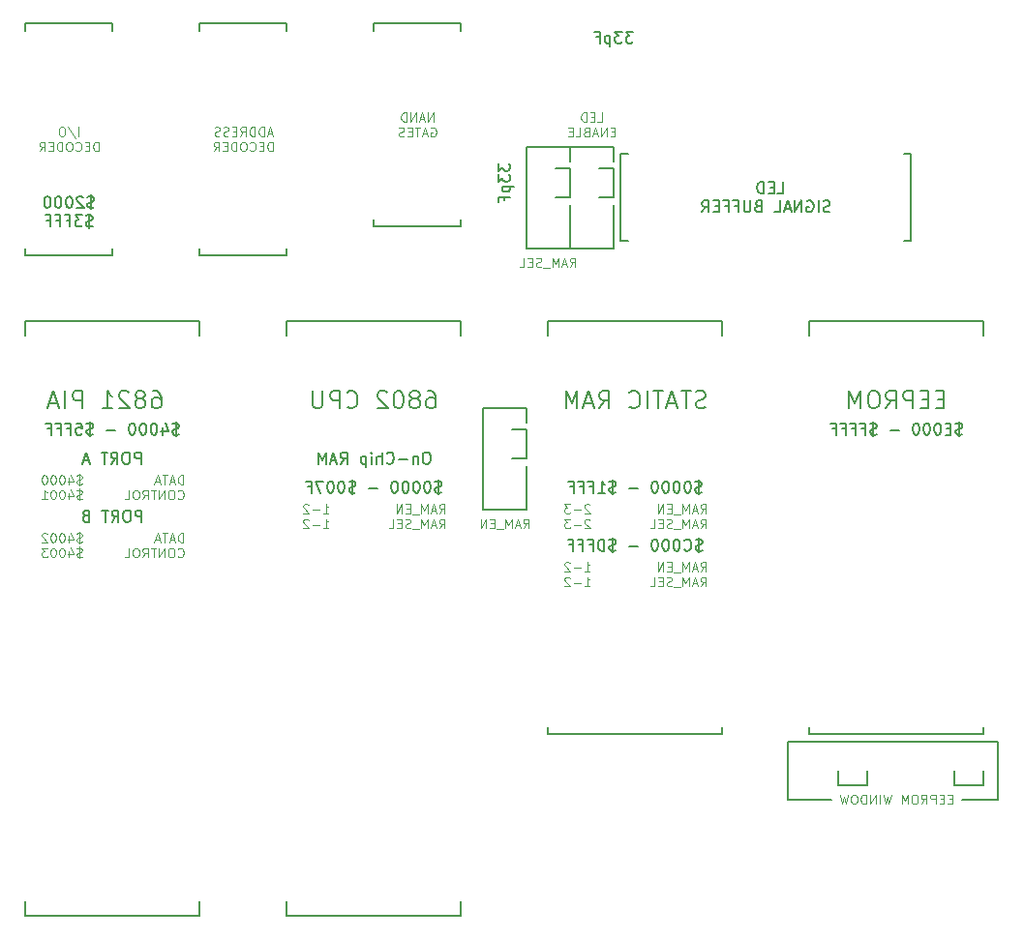
<source format=gbo>
G04 #@! TF.FileFunction,Legend,Bot*
%FSLAX46Y46*%
G04 Gerber Fmt 4.6, Leading zero omitted, Abs format (unit mm)*
G04 Created by KiCad (PCBNEW 4.0.7) date 11/10/19 20:34:03*
%MOMM*%
%LPD*%
G01*
G04 APERTURE LIST*
%ADD10C,0.100000*%
%ADD11C,0.150000*%
%ADD12C,0.200000*%
G04 APERTURE END LIST*
D10*
D11*
X149470476Y-93432381D02*
X149279999Y-93432381D01*
X149184761Y-93480000D01*
X149089523Y-93575238D01*
X149041904Y-93765714D01*
X149041904Y-94099048D01*
X149089523Y-94289524D01*
X149184761Y-94384762D01*
X149279999Y-94432381D01*
X149470476Y-94432381D01*
X149565714Y-94384762D01*
X149660952Y-94289524D01*
X149708571Y-94099048D01*
X149708571Y-93765714D01*
X149660952Y-93575238D01*
X149565714Y-93480000D01*
X149470476Y-93432381D01*
X148613333Y-93765714D02*
X148613333Y-94432381D01*
X148613333Y-93860952D02*
X148565714Y-93813333D01*
X148470476Y-93765714D01*
X148327618Y-93765714D01*
X148232380Y-93813333D01*
X148184761Y-93908571D01*
X148184761Y-94432381D01*
X147708571Y-94051429D02*
X146946666Y-94051429D01*
X145899047Y-94337143D02*
X145946666Y-94384762D01*
X146089523Y-94432381D01*
X146184761Y-94432381D01*
X146327619Y-94384762D01*
X146422857Y-94289524D01*
X146470476Y-94194286D01*
X146518095Y-94003810D01*
X146518095Y-93860952D01*
X146470476Y-93670476D01*
X146422857Y-93575238D01*
X146327619Y-93480000D01*
X146184761Y-93432381D01*
X146089523Y-93432381D01*
X145946666Y-93480000D01*
X145899047Y-93527619D01*
X145470476Y-94432381D02*
X145470476Y-93432381D01*
X145041904Y-94432381D02*
X145041904Y-93908571D01*
X145089523Y-93813333D01*
X145184761Y-93765714D01*
X145327619Y-93765714D01*
X145422857Y-93813333D01*
X145470476Y-93860952D01*
X144565714Y-94432381D02*
X144565714Y-93765714D01*
X144565714Y-93432381D02*
X144613333Y-93480000D01*
X144565714Y-93527619D01*
X144518095Y-93480000D01*
X144565714Y-93432381D01*
X144565714Y-93527619D01*
X144089524Y-93765714D02*
X144089524Y-94765714D01*
X144089524Y-93813333D02*
X143994286Y-93765714D01*
X143803809Y-93765714D01*
X143708571Y-93813333D01*
X143660952Y-93860952D01*
X143613333Y-93956190D01*
X143613333Y-94241905D01*
X143660952Y-94337143D01*
X143708571Y-94384762D01*
X143803809Y-94432381D01*
X143994286Y-94432381D01*
X144089524Y-94384762D01*
X141851428Y-94432381D02*
X142184762Y-93956190D01*
X142422857Y-94432381D02*
X142422857Y-93432381D01*
X142041904Y-93432381D01*
X141946666Y-93480000D01*
X141899047Y-93527619D01*
X141851428Y-93622857D01*
X141851428Y-93765714D01*
X141899047Y-93860952D01*
X141946666Y-93908571D01*
X142041904Y-93956190D01*
X142422857Y-93956190D01*
X141470476Y-94146667D02*
X140994285Y-94146667D01*
X141565714Y-94432381D02*
X141232381Y-93432381D01*
X140899047Y-94432381D01*
X140565714Y-94432381D02*
X140565714Y-93432381D01*
X140232380Y-94146667D01*
X139899047Y-93432381D01*
X139899047Y-94432381D01*
D10*
X140334762Y-98771905D02*
X140791905Y-98771905D01*
X140563334Y-98771905D02*
X140563334Y-97971905D01*
X140639524Y-98086190D01*
X140715715Y-98162381D01*
X140791905Y-98200476D01*
X139991905Y-98467143D02*
X139382381Y-98467143D01*
X139039524Y-98048095D02*
X139001429Y-98010000D01*
X138925238Y-97971905D01*
X138734762Y-97971905D01*
X138658572Y-98010000D01*
X138620476Y-98048095D01*
X138582381Y-98124286D01*
X138582381Y-98200476D01*
X138620476Y-98314762D01*
X139077619Y-98771905D01*
X138582381Y-98771905D01*
X140334762Y-100071905D02*
X140791905Y-100071905D01*
X140563334Y-100071905D02*
X140563334Y-99271905D01*
X140639524Y-99386190D01*
X140715715Y-99462381D01*
X140791905Y-99500476D01*
X139991905Y-99767143D02*
X139382381Y-99767143D01*
X139039524Y-99348095D02*
X139001429Y-99310000D01*
X138925238Y-99271905D01*
X138734762Y-99271905D01*
X138658572Y-99310000D01*
X138620476Y-99348095D01*
X138582381Y-99424286D01*
X138582381Y-99500476D01*
X138620476Y-99614762D01*
X139077619Y-100071905D01*
X138582381Y-100071905D01*
X150482381Y-98771905D02*
X150749048Y-98390952D01*
X150939524Y-98771905D02*
X150939524Y-97971905D01*
X150634762Y-97971905D01*
X150558571Y-98010000D01*
X150520476Y-98048095D01*
X150482381Y-98124286D01*
X150482381Y-98238571D01*
X150520476Y-98314762D01*
X150558571Y-98352857D01*
X150634762Y-98390952D01*
X150939524Y-98390952D01*
X150177619Y-98543333D02*
X149796667Y-98543333D01*
X150253810Y-98771905D02*
X149987143Y-97971905D01*
X149720476Y-98771905D01*
X149453810Y-98771905D02*
X149453810Y-97971905D01*
X149187143Y-98543333D01*
X148920476Y-97971905D01*
X148920476Y-98771905D01*
X148730000Y-98848095D02*
X148120476Y-98848095D01*
X147930000Y-98352857D02*
X147663333Y-98352857D01*
X147549047Y-98771905D02*
X147930000Y-98771905D01*
X147930000Y-97971905D01*
X147549047Y-97971905D01*
X147206190Y-98771905D02*
X147206190Y-97971905D01*
X146749047Y-98771905D01*
X146749047Y-97971905D01*
X150482381Y-100071905D02*
X150749048Y-99690952D01*
X150939524Y-100071905D02*
X150939524Y-99271905D01*
X150634762Y-99271905D01*
X150558571Y-99310000D01*
X150520476Y-99348095D01*
X150482381Y-99424286D01*
X150482381Y-99538571D01*
X150520476Y-99614762D01*
X150558571Y-99652857D01*
X150634762Y-99690952D01*
X150939524Y-99690952D01*
X150177619Y-99843333D02*
X149796667Y-99843333D01*
X150253810Y-100071905D02*
X149987143Y-99271905D01*
X149720476Y-100071905D01*
X149453810Y-100071905D02*
X149453810Y-99271905D01*
X149187143Y-99843333D01*
X148920476Y-99271905D01*
X148920476Y-100071905D01*
X148730000Y-100148095D02*
X148120476Y-100148095D01*
X147968095Y-100033810D02*
X147853809Y-100071905D01*
X147663333Y-100071905D01*
X147587143Y-100033810D01*
X147549047Y-99995714D01*
X147510952Y-99919524D01*
X147510952Y-99843333D01*
X147549047Y-99767143D01*
X147587143Y-99729048D01*
X147663333Y-99690952D01*
X147815714Y-99652857D01*
X147891905Y-99614762D01*
X147930000Y-99576667D01*
X147968095Y-99500476D01*
X147968095Y-99424286D01*
X147930000Y-99348095D01*
X147891905Y-99310000D01*
X147815714Y-99271905D01*
X147625238Y-99271905D01*
X147510952Y-99310000D01*
X147168095Y-99652857D02*
X146901428Y-99652857D01*
X146787142Y-100071905D02*
X147168095Y-100071905D01*
X147168095Y-99271905D01*
X146787142Y-99271905D01*
X146063332Y-100071905D02*
X146444285Y-100071905D01*
X146444285Y-99271905D01*
D11*
X150684762Y-96924762D02*
X150541905Y-96972381D01*
X150303809Y-96972381D01*
X150208571Y-96924762D01*
X150160952Y-96877143D01*
X150113333Y-96781905D01*
X150113333Y-96686667D01*
X150160952Y-96591429D01*
X150208571Y-96543810D01*
X150303809Y-96496190D01*
X150494286Y-96448571D01*
X150589524Y-96400952D01*
X150637143Y-96353333D01*
X150684762Y-96258095D01*
X150684762Y-96162857D01*
X150637143Y-96067619D01*
X150589524Y-96020000D01*
X150494286Y-95972381D01*
X150256190Y-95972381D01*
X150113333Y-96020000D01*
X150399048Y-95829524D02*
X150399048Y-97115238D01*
X149494286Y-95972381D02*
X149399047Y-95972381D01*
X149303809Y-96020000D01*
X149256190Y-96067619D01*
X149208571Y-96162857D01*
X149160952Y-96353333D01*
X149160952Y-96591429D01*
X149208571Y-96781905D01*
X149256190Y-96877143D01*
X149303809Y-96924762D01*
X149399047Y-96972381D01*
X149494286Y-96972381D01*
X149589524Y-96924762D01*
X149637143Y-96877143D01*
X149684762Y-96781905D01*
X149732381Y-96591429D01*
X149732381Y-96353333D01*
X149684762Y-96162857D01*
X149637143Y-96067619D01*
X149589524Y-96020000D01*
X149494286Y-95972381D01*
X148541905Y-95972381D02*
X148446666Y-95972381D01*
X148351428Y-96020000D01*
X148303809Y-96067619D01*
X148256190Y-96162857D01*
X148208571Y-96353333D01*
X148208571Y-96591429D01*
X148256190Y-96781905D01*
X148303809Y-96877143D01*
X148351428Y-96924762D01*
X148446666Y-96972381D01*
X148541905Y-96972381D01*
X148637143Y-96924762D01*
X148684762Y-96877143D01*
X148732381Y-96781905D01*
X148780000Y-96591429D01*
X148780000Y-96353333D01*
X148732381Y-96162857D01*
X148684762Y-96067619D01*
X148637143Y-96020000D01*
X148541905Y-95972381D01*
X147589524Y-95972381D02*
X147494285Y-95972381D01*
X147399047Y-96020000D01*
X147351428Y-96067619D01*
X147303809Y-96162857D01*
X147256190Y-96353333D01*
X147256190Y-96591429D01*
X147303809Y-96781905D01*
X147351428Y-96877143D01*
X147399047Y-96924762D01*
X147494285Y-96972381D01*
X147589524Y-96972381D01*
X147684762Y-96924762D01*
X147732381Y-96877143D01*
X147780000Y-96781905D01*
X147827619Y-96591429D01*
X147827619Y-96353333D01*
X147780000Y-96162857D01*
X147732381Y-96067619D01*
X147684762Y-96020000D01*
X147589524Y-95972381D01*
X146637143Y-95972381D02*
X146541904Y-95972381D01*
X146446666Y-96020000D01*
X146399047Y-96067619D01*
X146351428Y-96162857D01*
X146303809Y-96353333D01*
X146303809Y-96591429D01*
X146351428Y-96781905D01*
X146399047Y-96877143D01*
X146446666Y-96924762D01*
X146541904Y-96972381D01*
X146637143Y-96972381D01*
X146732381Y-96924762D01*
X146780000Y-96877143D01*
X146827619Y-96781905D01*
X146875238Y-96591429D01*
X146875238Y-96353333D01*
X146827619Y-96162857D01*
X146780000Y-96067619D01*
X146732381Y-96020000D01*
X146637143Y-95972381D01*
X145113333Y-96591429D02*
X144351428Y-96591429D01*
X143160952Y-96924762D02*
X143018095Y-96972381D01*
X142779999Y-96972381D01*
X142684761Y-96924762D01*
X142637142Y-96877143D01*
X142589523Y-96781905D01*
X142589523Y-96686667D01*
X142637142Y-96591429D01*
X142684761Y-96543810D01*
X142779999Y-96496190D01*
X142970476Y-96448571D01*
X143065714Y-96400952D01*
X143113333Y-96353333D01*
X143160952Y-96258095D01*
X143160952Y-96162857D01*
X143113333Y-96067619D01*
X143065714Y-96020000D01*
X142970476Y-95972381D01*
X142732380Y-95972381D01*
X142589523Y-96020000D01*
X142875238Y-95829524D02*
X142875238Y-97115238D01*
X141970476Y-95972381D02*
X141875237Y-95972381D01*
X141779999Y-96020000D01*
X141732380Y-96067619D01*
X141684761Y-96162857D01*
X141637142Y-96353333D01*
X141637142Y-96591429D01*
X141684761Y-96781905D01*
X141732380Y-96877143D01*
X141779999Y-96924762D01*
X141875237Y-96972381D01*
X141970476Y-96972381D01*
X142065714Y-96924762D01*
X142113333Y-96877143D01*
X142160952Y-96781905D01*
X142208571Y-96591429D01*
X142208571Y-96353333D01*
X142160952Y-96162857D01*
X142113333Y-96067619D01*
X142065714Y-96020000D01*
X141970476Y-95972381D01*
X141018095Y-95972381D02*
X140922856Y-95972381D01*
X140827618Y-96020000D01*
X140779999Y-96067619D01*
X140732380Y-96162857D01*
X140684761Y-96353333D01*
X140684761Y-96591429D01*
X140732380Y-96781905D01*
X140779999Y-96877143D01*
X140827618Y-96924762D01*
X140922856Y-96972381D01*
X141018095Y-96972381D01*
X141113333Y-96924762D01*
X141160952Y-96877143D01*
X141208571Y-96781905D01*
X141256190Y-96591429D01*
X141256190Y-96353333D01*
X141208571Y-96162857D01*
X141160952Y-96067619D01*
X141113333Y-96020000D01*
X141018095Y-95972381D01*
X140351428Y-95972381D02*
X139684761Y-95972381D01*
X140113333Y-96972381D01*
X138970475Y-96448571D02*
X139303809Y-96448571D01*
X139303809Y-96972381D02*
X139303809Y-95972381D01*
X138827618Y-95972381D01*
D10*
X119227144Y-101273810D02*
X119112858Y-101311905D01*
X118922382Y-101311905D01*
X118846192Y-101273810D01*
X118808096Y-101235714D01*
X118770001Y-101159524D01*
X118770001Y-101083333D01*
X118808096Y-101007143D01*
X118846192Y-100969048D01*
X118922382Y-100930952D01*
X119074763Y-100892857D01*
X119150954Y-100854762D01*
X119189049Y-100816667D01*
X119227144Y-100740476D01*
X119227144Y-100664286D01*
X119189049Y-100588095D01*
X119150954Y-100550000D01*
X119074763Y-100511905D01*
X118884287Y-100511905D01*
X118770001Y-100550000D01*
X118998573Y-100397619D02*
X118998573Y-101426190D01*
X118084287Y-100778571D02*
X118084287Y-101311905D01*
X118274763Y-100473810D02*
X118465239Y-101045238D01*
X117970001Y-101045238D01*
X117512858Y-100511905D02*
X117436667Y-100511905D01*
X117360477Y-100550000D01*
X117322382Y-100588095D01*
X117284286Y-100664286D01*
X117246191Y-100816667D01*
X117246191Y-101007143D01*
X117284286Y-101159524D01*
X117322382Y-101235714D01*
X117360477Y-101273810D01*
X117436667Y-101311905D01*
X117512858Y-101311905D01*
X117589048Y-101273810D01*
X117627144Y-101235714D01*
X117665239Y-101159524D01*
X117703334Y-101007143D01*
X117703334Y-100816667D01*
X117665239Y-100664286D01*
X117627144Y-100588095D01*
X117589048Y-100550000D01*
X117512858Y-100511905D01*
X116750953Y-100511905D02*
X116674762Y-100511905D01*
X116598572Y-100550000D01*
X116560477Y-100588095D01*
X116522381Y-100664286D01*
X116484286Y-100816667D01*
X116484286Y-101007143D01*
X116522381Y-101159524D01*
X116560477Y-101235714D01*
X116598572Y-101273810D01*
X116674762Y-101311905D01*
X116750953Y-101311905D01*
X116827143Y-101273810D01*
X116865239Y-101235714D01*
X116903334Y-101159524D01*
X116941429Y-101007143D01*
X116941429Y-100816667D01*
X116903334Y-100664286D01*
X116865239Y-100588095D01*
X116827143Y-100550000D01*
X116750953Y-100511905D01*
X116179524Y-100588095D02*
X116141429Y-100550000D01*
X116065238Y-100511905D01*
X115874762Y-100511905D01*
X115798572Y-100550000D01*
X115760476Y-100588095D01*
X115722381Y-100664286D01*
X115722381Y-100740476D01*
X115760476Y-100854762D01*
X116217619Y-101311905D01*
X115722381Y-101311905D01*
X119227144Y-102573810D02*
X119112858Y-102611905D01*
X118922382Y-102611905D01*
X118846192Y-102573810D01*
X118808096Y-102535714D01*
X118770001Y-102459524D01*
X118770001Y-102383333D01*
X118808096Y-102307143D01*
X118846192Y-102269048D01*
X118922382Y-102230952D01*
X119074763Y-102192857D01*
X119150954Y-102154762D01*
X119189049Y-102116667D01*
X119227144Y-102040476D01*
X119227144Y-101964286D01*
X119189049Y-101888095D01*
X119150954Y-101850000D01*
X119074763Y-101811905D01*
X118884287Y-101811905D01*
X118770001Y-101850000D01*
X118998573Y-101697619D02*
X118998573Y-102726190D01*
X118084287Y-102078571D02*
X118084287Y-102611905D01*
X118274763Y-101773810D02*
X118465239Y-102345238D01*
X117970001Y-102345238D01*
X117512858Y-101811905D02*
X117436667Y-101811905D01*
X117360477Y-101850000D01*
X117322382Y-101888095D01*
X117284286Y-101964286D01*
X117246191Y-102116667D01*
X117246191Y-102307143D01*
X117284286Y-102459524D01*
X117322382Y-102535714D01*
X117360477Y-102573810D01*
X117436667Y-102611905D01*
X117512858Y-102611905D01*
X117589048Y-102573810D01*
X117627144Y-102535714D01*
X117665239Y-102459524D01*
X117703334Y-102307143D01*
X117703334Y-102116667D01*
X117665239Y-101964286D01*
X117627144Y-101888095D01*
X117589048Y-101850000D01*
X117512858Y-101811905D01*
X116750953Y-101811905D02*
X116674762Y-101811905D01*
X116598572Y-101850000D01*
X116560477Y-101888095D01*
X116522381Y-101964286D01*
X116484286Y-102116667D01*
X116484286Y-102307143D01*
X116522381Y-102459524D01*
X116560477Y-102535714D01*
X116598572Y-102573810D01*
X116674762Y-102611905D01*
X116750953Y-102611905D01*
X116827143Y-102573810D01*
X116865239Y-102535714D01*
X116903334Y-102459524D01*
X116941429Y-102307143D01*
X116941429Y-102116667D01*
X116903334Y-101964286D01*
X116865239Y-101888095D01*
X116827143Y-101850000D01*
X116750953Y-101811905D01*
X116217619Y-101811905D02*
X115722381Y-101811905D01*
X115989048Y-102116667D01*
X115874762Y-102116667D01*
X115798572Y-102154762D01*
X115760476Y-102192857D01*
X115722381Y-102269048D01*
X115722381Y-102459524D01*
X115760476Y-102535714D01*
X115798572Y-102573810D01*
X115874762Y-102611905D01*
X116103334Y-102611905D01*
X116179524Y-102573810D01*
X116217619Y-102535714D01*
X119227144Y-96193810D02*
X119112858Y-96231905D01*
X118922382Y-96231905D01*
X118846192Y-96193810D01*
X118808096Y-96155714D01*
X118770001Y-96079524D01*
X118770001Y-96003333D01*
X118808096Y-95927143D01*
X118846192Y-95889048D01*
X118922382Y-95850952D01*
X119074763Y-95812857D01*
X119150954Y-95774762D01*
X119189049Y-95736667D01*
X119227144Y-95660476D01*
X119227144Y-95584286D01*
X119189049Y-95508095D01*
X119150954Y-95470000D01*
X119074763Y-95431905D01*
X118884287Y-95431905D01*
X118770001Y-95470000D01*
X118998573Y-95317619D02*
X118998573Y-96346190D01*
X118084287Y-95698571D02*
X118084287Y-96231905D01*
X118274763Y-95393810D02*
X118465239Y-95965238D01*
X117970001Y-95965238D01*
X117512858Y-95431905D02*
X117436667Y-95431905D01*
X117360477Y-95470000D01*
X117322382Y-95508095D01*
X117284286Y-95584286D01*
X117246191Y-95736667D01*
X117246191Y-95927143D01*
X117284286Y-96079524D01*
X117322382Y-96155714D01*
X117360477Y-96193810D01*
X117436667Y-96231905D01*
X117512858Y-96231905D01*
X117589048Y-96193810D01*
X117627144Y-96155714D01*
X117665239Y-96079524D01*
X117703334Y-95927143D01*
X117703334Y-95736667D01*
X117665239Y-95584286D01*
X117627144Y-95508095D01*
X117589048Y-95470000D01*
X117512858Y-95431905D01*
X116750953Y-95431905D02*
X116674762Y-95431905D01*
X116598572Y-95470000D01*
X116560477Y-95508095D01*
X116522381Y-95584286D01*
X116484286Y-95736667D01*
X116484286Y-95927143D01*
X116522381Y-96079524D01*
X116560477Y-96155714D01*
X116598572Y-96193810D01*
X116674762Y-96231905D01*
X116750953Y-96231905D01*
X116827143Y-96193810D01*
X116865239Y-96155714D01*
X116903334Y-96079524D01*
X116941429Y-95927143D01*
X116941429Y-95736667D01*
X116903334Y-95584286D01*
X116865239Y-95508095D01*
X116827143Y-95470000D01*
X116750953Y-95431905D01*
X115989048Y-95431905D02*
X115912857Y-95431905D01*
X115836667Y-95470000D01*
X115798572Y-95508095D01*
X115760476Y-95584286D01*
X115722381Y-95736667D01*
X115722381Y-95927143D01*
X115760476Y-96079524D01*
X115798572Y-96155714D01*
X115836667Y-96193810D01*
X115912857Y-96231905D01*
X115989048Y-96231905D01*
X116065238Y-96193810D01*
X116103334Y-96155714D01*
X116141429Y-96079524D01*
X116179524Y-95927143D01*
X116179524Y-95736667D01*
X116141429Y-95584286D01*
X116103334Y-95508095D01*
X116065238Y-95470000D01*
X115989048Y-95431905D01*
X119227144Y-97493810D02*
X119112858Y-97531905D01*
X118922382Y-97531905D01*
X118846192Y-97493810D01*
X118808096Y-97455714D01*
X118770001Y-97379524D01*
X118770001Y-97303333D01*
X118808096Y-97227143D01*
X118846192Y-97189048D01*
X118922382Y-97150952D01*
X119074763Y-97112857D01*
X119150954Y-97074762D01*
X119189049Y-97036667D01*
X119227144Y-96960476D01*
X119227144Y-96884286D01*
X119189049Y-96808095D01*
X119150954Y-96770000D01*
X119074763Y-96731905D01*
X118884287Y-96731905D01*
X118770001Y-96770000D01*
X118998573Y-96617619D02*
X118998573Y-97646190D01*
X118084287Y-96998571D02*
X118084287Y-97531905D01*
X118274763Y-96693810D02*
X118465239Y-97265238D01*
X117970001Y-97265238D01*
X117512858Y-96731905D02*
X117436667Y-96731905D01*
X117360477Y-96770000D01*
X117322382Y-96808095D01*
X117284286Y-96884286D01*
X117246191Y-97036667D01*
X117246191Y-97227143D01*
X117284286Y-97379524D01*
X117322382Y-97455714D01*
X117360477Y-97493810D01*
X117436667Y-97531905D01*
X117512858Y-97531905D01*
X117589048Y-97493810D01*
X117627144Y-97455714D01*
X117665239Y-97379524D01*
X117703334Y-97227143D01*
X117703334Y-97036667D01*
X117665239Y-96884286D01*
X117627144Y-96808095D01*
X117589048Y-96770000D01*
X117512858Y-96731905D01*
X116750953Y-96731905D02*
X116674762Y-96731905D01*
X116598572Y-96770000D01*
X116560477Y-96808095D01*
X116522381Y-96884286D01*
X116484286Y-97036667D01*
X116484286Y-97227143D01*
X116522381Y-97379524D01*
X116560477Y-97455714D01*
X116598572Y-97493810D01*
X116674762Y-97531905D01*
X116750953Y-97531905D01*
X116827143Y-97493810D01*
X116865239Y-97455714D01*
X116903334Y-97379524D01*
X116941429Y-97227143D01*
X116941429Y-97036667D01*
X116903334Y-96884286D01*
X116865239Y-96808095D01*
X116827143Y-96770000D01*
X116750953Y-96731905D01*
X115722381Y-97531905D02*
X116179524Y-97531905D01*
X115950953Y-97531905D02*
X115950953Y-96731905D01*
X116027143Y-96846190D01*
X116103334Y-96922381D01*
X116179524Y-96960476D01*
X128079524Y-101311905D02*
X128079524Y-100511905D01*
X127889048Y-100511905D01*
X127774762Y-100550000D01*
X127698571Y-100626190D01*
X127660476Y-100702381D01*
X127622381Y-100854762D01*
X127622381Y-100969048D01*
X127660476Y-101121429D01*
X127698571Y-101197619D01*
X127774762Y-101273810D01*
X127889048Y-101311905D01*
X128079524Y-101311905D01*
X127317619Y-101083333D02*
X126936667Y-101083333D01*
X127393810Y-101311905D02*
X127127143Y-100511905D01*
X126860476Y-101311905D01*
X126708096Y-100511905D02*
X126250953Y-100511905D01*
X126479524Y-101311905D02*
X126479524Y-100511905D01*
X126022381Y-101083333D02*
X125641429Y-101083333D01*
X126098572Y-101311905D02*
X125831905Y-100511905D01*
X125565238Y-101311905D01*
X127622381Y-102535714D02*
X127660476Y-102573810D01*
X127774762Y-102611905D01*
X127850952Y-102611905D01*
X127965238Y-102573810D01*
X128041429Y-102497619D01*
X128079524Y-102421429D01*
X128117619Y-102269048D01*
X128117619Y-102154762D01*
X128079524Y-102002381D01*
X128041429Y-101926190D01*
X127965238Y-101850000D01*
X127850952Y-101811905D01*
X127774762Y-101811905D01*
X127660476Y-101850000D01*
X127622381Y-101888095D01*
X127127143Y-101811905D02*
X126974762Y-101811905D01*
X126898571Y-101850000D01*
X126822381Y-101926190D01*
X126784286Y-102078571D01*
X126784286Y-102345238D01*
X126822381Y-102497619D01*
X126898571Y-102573810D01*
X126974762Y-102611905D01*
X127127143Y-102611905D01*
X127203333Y-102573810D01*
X127279524Y-102497619D01*
X127317619Y-102345238D01*
X127317619Y-102078571D01*
X127279524Y-101926190D01*
X127203333Y-101850000D01*
X127127143Y-101811905D01*
X126441429Y-102611905D02*
X126441429Y-101811905D01*
X125984286Y-102611905D01*
X125984286Y-101811905D01*
X125717620Y-101811905D02*
X125260477Y-101811905D01*
X125489048Y-102611905D02*
X125489048Y-101811905D01*
X124536667Y-102611905D02*
X124803334Y-102230952D01*
X124993810Y-102611905D02*
X124993810Y-101811905D01*
X124689048Y-101811905D01*
X124612857Y-101850000D01*
X124574762Y-101888095D01*
X124536667Y-101964286D01*
X124536667Y-102078571D01*
X124574762Y-102154762D01*
X124612857Y-102192857D01*
X124689048Y-102230952D01*
X124993810Y-102230952D01*
X124041429Y-101811905D02*
X123889048Y-101811905D01*
X123812857Y-101850000D01*
X123736667Y-101926190D01*
X123698572Y-102078571D01*
X123698572Y-102345238D01*
X123736667Y-102497619D01*
X123812857Y-102573810D01*
X123889048Y-102611905D01*
X124041429Y-102611905D01*
X124117619Y-102573810D01*
X124193810Y-102497619D01*
X124231905Y-102345238D01*
X124231905Y-102078571D01*
X124193810Y-101926190D01*
X124117619Y-101850000D01*
X124041429Y-101811905D01*
X122974762Y-102611905D02*
X123355715Y-102611905D01*
X123355715Y-101811905D01*
X128079524Y-96231905D02*
X128079524Y-95431905D01*
X127889048Y-95431905D01*
X127774762Y-95470000D01*
X127698571Y-95546190D01*
X127660476Y-95622381D01*
X127622381Y-95774762D01*
X127622381Y-95889048D01*
X127660476Y-96041429D01*
X127698571Y-96117619D01*
X127774762Y-96193810D01*
X127889048Y-96231905D01*
X128079524Y-96231905D01*
X127317619Y-96003333D02*
X126936667Y-96003333D01*
X127393810Y-96231905D02*
X127127143Y-95431905D01*
X126860476Y-96231905D01*
X126708096Y-95431905D02*
X126250953Y-95431905D01*
X126479524Y-96231905D02*
X126479524Y-95431905D01*
X126022381Y-96003333D02*
X125641429Y-96003333D01*
X126098572Y-96231905D02*
X125831905Y-95431905D01*
X125565238Y-96231905D01*
X127622381Y-97455714D02*
X127660476Y-97493810D01*
X127774762Y-97531905D01*
X127850952Y-97531905D01*
X127965238Y-97493810D01*
X128041429Y-97417619D01*
X128079524Y-97341429D01*
X128117619Y-97189048D01*
X128117619Y-97074762D01*
X128079524Y-96922381D01*
X128041429Y-96846190D01*
X127965238Y-96770000D01*
X127850952Y-96731905D01*
X127774762Y-96731905D01*
X127660476Y-96770000D01*
X127622381Y-96808095D01*
X127127143Y-96731905D02*
X126974762Y-96731905D01*
X126898571Y-96770000D01*
X126822381Y-96846190D01*
X126784286Y-96998571D01*
X126784286Y-97265238D01*
X126822381Y-97417619D01*
X126898571Y-97493810D01*
X126974762Y-97531905D01*
X127127143Y-97531905D01*
X127203333Y-97493810D01*
X127279524Y-97417619D01*
X127317619Y-97265238D01*
X127317619Y-96998571D01*
X127279524Y-96846190D01*
X127203333Y-96770000D01*
X127127143Y-96731905D01*
X126441429Y-97531905D02*
X126441429Y-96731905D01*
X125984286Y-97531905D01*
X125984286Y-96731905D01*
X125717620Y-96731905D02*
X125260477Y-96731905D01*
X125489048Y-97531905D02*
X125489048Y-96731905D01*
X124536667Y-97531905D02*
X124803334Y-97150952D01*
X124993810Y-97531905D02*
X124993810Y-96731905D01*
X124689048Y-96731905D01*
X124612857Y-96770000D01*
X124574762Y-96808095D01*
X124536667Y-96884286D01*
X124536667Y-96998571D01*
X124574762Y-97074762D01*
X124612857Y-97112857D01*
X124689048Y-97150952D01*
X124993810Y-97150952D01*
X124041429Y-96731905D02*
X123889048Y-96731905D01*
X123812857Y-96770000D01*
X123736667Y-96846190D01*
X123698572Y-96998571D01*
X123698572Y-97265238D01*
X123736667Y-97417619D01*
X123812857Y-97493810D01*
X123889048Y-97531905D01*
X124041429Y-97531905D01*
X124117619Y-97493810D01*
X124193810Y-97417619D01*
X124231905Y-97265238D01*
X124231905Y-96998571D01*
X124193810Y-96846190D01*
X124117619Y-96770000D01*
X124041429Y-96731905D01*
X122974762Y-97531905D02*
X123355715Y-97531905D01*
X123355715Y-96731905D01*
D11*
X124467619Y-99512381D02*
X124467619Y-98512381D01*
X124086666Y-98512381D01*
X123991428Y-98560000D01*
X123943809Y-98607619D01*
X123896190Y-98702857D01*
X123896190Y-98845714D01*
X123943809Y-98940952D01*
X123991428Y-98988571D01*
X124086666Y-99036190D01*
X124467619Y-99036190D01*
X123277143Y-98512381D02*
X123086666Y-98512381D01*
X122991428Y-98560000D01*
X122896190Y-98655238D01*
X122848571Y-98845714D01*
X122848571Y-99179048D01*
X122896190Y-99369524D01*
X122991428Y-99464762D01*
X123086666Y-99512381D01*
X123277143Y-99512381D01*
X123372381Y-99464762D01*
X123467619Y-99369524D01*
X123515238Y-99179048D01*
X123515238Y-98845714D01*
X123467619Y-98655238D01*
X123372381Y-98560000D01*
X123277143Y-98512381D01*
X121848571Y-99512381D02*
X122181905Y-99036190D01*
X122420000Y-99512381D02*
X122420000Y-98512381D01*
X122039047Y-98512381D01*
X121943809Y-98560000D01*
X121896190Y-98607619D01*
X121848571Y-98702857D01*
X121848571Y-98845714D01*
X121896190Y-98940952D01*
X121943809Y-98988571D01*
X122039047Y-99036190D01*
X122420000Y-99036190D01*
X121562857Y-98512381D02*
X120991428Y-98512381D01*
X121277143Y-99512381D02*
X121277143Y-98512381D01*
X119562856Y-98988571D02*
X119419999Y-99036190D01*
X119372380Y-99083810D01*
X119324761Y-99179048D01*
X119324761Y-99321905D01*
X119372380Y-99417143D01*
X119419999Y-99464762D01*
X119515237Y-99512381D01*
X119896190Y-99512381D01*
X119896190Y-98512381D01*
X119562856Y-98512381D01*
X119467618Y-98560000D01*
X119419999Y-98607619D01*
X119372380Y-98702857D01*
X119372380Y-98798095D01*
X119419999Y-98893333D01*
X119467618Y-98940952D01*
X119562856Y-98988571D01*
X119896190Y-98988571D01*
X124396191Y-94432381D02*
X124396191Y-93432381D01*
X124015238Y-93432381D01*
X123920000Y-93480000D01*
X123872381Y-93527619D01*
X123824762Y-93622857D01*
X123824762Y-93765714D01*
X123872381Y-93860952D01*
X123920000Y-93908571D01*
X124015238Y-93956190D01*
X124396191Y-93956190D01*
X123205715Y-93432381D02*
X123015238Y-93432381D01*
X122920000Y-93480000D01*
X122824762Y-93575238D01*
X122777143Y-93765714D01*
X122777143Y-94099048D01*
X122824762Y-94289524D01*
X122920000Y-94384762D01*
X123015238Y-94432381D01*
X123205715Y-94432381D01*
X123300953Y-94384762D01*
X123396191Y-94289524D01*
X123443810Y-94099048D01*
X123443810Y-93765714D01*
X123396191Y-93575238D01*
X123300953Y-93480000D01*
X123205715Y-93432381D01*
X121777143Y-94432381D02*
X122110477Y-93956190D01*
X122348572Y-94432381D02*
X122348572Y-93432381D01*
X121967619Y-93432381D01*
X121872381Y-93480000D01*
X121824762Y-93527619D01*
X121777143Y-93622857D01*
X121777143Y-93765714D01*
X121824762Y-93860952D01*
X121872381Y-93908571D01*
X121967619Y-93956190D01*
X122348572Y-93956190D01*
X121491429Y-93432381D02*
X120920000Y-93432381D01*
X121205715Y-94432381D02*
X121205715Y-93432381D01*
X119872381Y-94146667D02*
X119396190Y-94146667D01*
X119967619Y-94432381D02*
X119634286Y-93432381D01*
X119300952Y-94432381D01*
D12*
X161925000Y-66675000D02*
X158115000Y-66675000D01*
D10*
X161943810Y-77196905D02*
X162210477Y-76815952D01*
X162400953Y-77196905D02*
X162400953Y-76396905D01*
X162096191Y-76396905D01*
X162020000Y-76435000D01*
X161981905Y-76473095D01*
X161943810Y-76549286D01*
X161943810Y-76663571D01*
X161981905Y-76739762D01*
X162020000Y-76777857D01*
X162096191Y-76815952D01*
X162400953Y-76815952D01*
X161639048Y-76968333D02*
X161258096Y-76968333D01*
X161715239Y-77196905D02*
X161448572Y-76396905D01*
X161181905Y-77196905D01*
X160915239Y-77196905D02*
X160915239Y-76396905D01*
X160648572Y-76968333D01*
X160381905Y-76396905D01*
X160381905Y-77196905D01*
X160191429Y-77273095D02*
X159581905Y-77273095D01*
X159429524Y-77158810D02*
X159315238Y-77196905D01*
X159124762Y-77196905D01*
X159048572Y-77158810D01*
X159010476Y-77120714D01*
X158972381Y-77044524D01*
X158972381Y-76968333D01*
X159010476Y-76892143D01*
X159048572Y-76854048D01*
X159124762Y-76815952D01*
X159277143Y-76777857D01*
X159353334Y-76739762D01*
X159391429Y-76701667D01*
X159429524Y-76625476D01*
X159429524Y-76549286D01*
X159391429Y-76473095D01*
X159353334Y-76435000D01*
X159277143Y-76396905D01*
X159086667Y-76396905D01*
X158972381Y-76435000D01*
X158629524Y-76777857D02*
X158362857Y-76777857D01*
X158248571Y-77196905D02*
X158629524Y-77196905D01*
X158629524Y-76396905D01*
X158248571Y-76396905D01*
X157524761Y-77196905D02*
X157905714Y-77196905D01*
X157905714Y-76396905D01*
X164344285Y-64481905D02*
X164725238Y-64481905D01*
X164725238Y-63681905D01*
X164077619Y-64062857D02*
X163810952Y-64062857D01*
X163696666Y-64481905D02*
X164077619Y-64481905D01*
X164077619Y-63681905D01*
X163696666Y-63681905D01*
X163353809Y-64481905D02*
X163353809Y-63681905D01*
X163163333Y-63681905D01*
X163049047Y-63720000D01*
X162972856Y-63796190D01*
X162934761Y-63872381D01*
X162896666Y-64024762D01*
X162896666Y-64139048D01*
X162934761Y-64291429D01*
X162972856Y-64367619D01*
X163049047Y-64443810D01*
X163163333Y-64481905D01*
X163353809Y-64481905D01*
X165849048Y-65362857D02*
X165582381Y-65362857D01*
X165468095Y-65781905D02*
X165849048Y-65781905D01*
X165849048Y-64981905D01*
X165468095Y-64981905D01*
X165125238Y-65781905D02*
X165125238Y-64981905D01*
X164668095Y-65781905D01*
X164668095Y-64981905D01*
X164325238Y-65553333D02*
X163944286Y-65553333D01*
X164401429Y-65781905D02*
X164134762Y-64981905D01*
X163868095Y-65781905D01*
X163334762Y-65362857D02*
X163220476Y-65400952D01*
X163182381Y-65439048D01*
X163144286Y-65515238D01*
X163144286Y-65629524D01*
X163182381Y-65705714D01*
X163220476Y-65743810D01*
X163296667Y-65781905D01*
X163601429Y-65781905D01*
X163601429Y-64981905D01*
X163334762Y-64981905D01*
X163258572Y-65020000D01*
X163220476Y-65058095D01*
X163182381Y-65134286D01*
X163182381Y-65210476D01*
X163220476Y-65286667D01*
X163258572Y-65324762D01*
X163334762Y-65362857D01*
X163601429Y-65362857D01*
X162420476Y-65781905D02*
X162801429Y-65781905D01*
X162801429Y-64981905D01*
X162153810Y-65362857D02*
X161887143Y-65362857D01*
X161772857Y-65781905D02*
X162153810Y-65781905D01*
X162153810Y-64981905D01*
X161772857Y-64981905D01*
D12*
X165735000Y-75565000D02*
X161925000Y-75565000D01*
X165735000Y-71755000D02*
X165735000Y-75565000D01*
X165735000Y-66675000D02*
X165735000Y-67945000D01*
X161925000Y-66675000D02*
X165735000Y-66675000D01*
X161925000Y-75565000D02*
X161925000Y-71755000D01*
X158115000Y-75565000D02*
X161925000Y-75565000D01*
X158115000Y-66675000D02*
X158115000Y-75565000D01*
X161925000Y-67945000D02*
X161925000Y-66675000D01*
X121920000Y-55880000D02*
X121920000Y-56515000D01*
X114300000Y-55880000D02*
X121920000Y-55880000D01*
X114300000Y-56515000D02*
X114300000Y-55880000D01*
X114300000Y-76200000D02*
X114300000Y-75565000D01*
X121920000Y-76200000D02*
X114300000Y-76200000D01*
X121920000Y-75565000D02*
X121920000Y-76200000D01*
X137160000Y-76200000D02*
X137160000Y-75565000D01*
X129540000Y-76200000D02*
X137160000Y-76200000D01*
X129540000Y-75565000D02*
X129540000Y-76200000D01*
X129540000Y-55880000D02*
X129540000Y-56515000D01*
X137160000Y-55880000D02*
X129540000Y-55880000D01*
X137160000Y-56515000D02*
X137160000Y-55880000D01*
X152400000Y-55880000D02*
X152400000Y-56515000D01*
X144780000Y-55880000D02*
X152400000Y-55880000D01*
X144780000Y-56515000D02*
X144780000Y-55880000D01*
X152400000Y-73660000D02*
X152400000Y-73025000D01*
X144780000Y-73660000D02*
X152400000Y-73660000D01*
X144780000Y-73025000D02*
X144780000Y-73660000D01*
X191770000Y-67310000D02*
X191135000Y-67310000D01*
X191770000Y-74930000D02*
X191770000Y-67310000D01*
X191135000Y-74930000D02*
X191770000Y-74930000D01*
X166370000Y-67310000D02*
X167005000Y-67310000D01*
X166370000Y-74930000D02*
X166370000Y-67310000D01*
X167005000Y-74930000D02*
X166370000Y-74930000D01*
X198120000Y-81915000D02*
X198120000Y-83185000D01*
X182880000Y-81915000D02*
X198120000Y-81915000D01*
X182880000Y-83185000D02*
X182880000Y-81915000D01*
X175260000Y-81915000D02*
X175260000Y-83185000D01*
X160020000Y-81915000D02*
X175260000Y-81915000D01*
X160020000Y-83185000D02*
X160020000Y-81915000D01*
X114300000Y-81915000D02*
X114300000Y-83185000D01*
X129540000Y-81915000D02*
X114300000Y-81915000D01*
X129540000Y-83185000D02*
X129540000Y-81915000D01*
X114300000Y-133985000D02*
X114300000Y-132715000D01*
X129540000Y-133985000D02*
X114300000Y-133985000D01*
X129540000Y-132715000D02*
X129540000Y-133985000D01*
X160020000Y-118110000D02*
X160020000Y-117475000D01*
X175260000Y-118110000D02*
X160020000Y-118110000D01*
X175260000Y-117475000D02*
X175260000Y-118110000D01*
X198120000Y-118110000D02*
X198120000Y-117475000D01*
X182880000Y-118110000D02*
X198120000Y-118110000D01*
X182880000Y-117475000D02*
X182880000Y-118110000D01*
X152400000Y-133985000D02*
X152400000Y-132715000D01*
X137160000Y-133985000D02*
X152400000Y-133985000D01*
X137160000Y-132715000D02*
X137160000Y-133985000D01*
X152400000Y-81915000D02*
X152400000Y-83185000D01*
X137160000Y-81915000D02*
X152400000Y-81915000D01*
X137160000Y-83185000D02*
X137160000Y-81915000D01*
D10*
X157848095Y-100056905D02*
X158114762Y-99675952D01*
X158305238Y-100056905D02*
X158305238Y-99256905D01*
X158000476Y-99256905D01*
X157924285Y-99295000D01*
X157886190Y-99333095D01*
X157848095Y-99409286D01*
X157848095Y-99523571D01*
X157886190Y-99599762D01*
X157924285Y-99637857D01*
X158000476Y-99675952D01*
X158305238Y-99675952D01*
X157543333Y-99828333D02*
X157162381Y-99828333D01*
X157619524Y-100056905D02*
X157352857Y-99256905D01*
X157086190Y-100056905D01*
X156819524Y-100056905D02*
X156819524Y-99256905D01*
X156552857Y-99828333D01*
X156286190Y-99256905D01*
X156286190Y-100056905D01*
X156095714Y-100133095D02*
X155486190Y-100133095D01*
X155295714Y-99637857D02*
X155029047Y-99637857D01*
X154914761Y-100056905D02*
X155295714Y-100056905D01*
X155295714Y-99256905D01*
X154914761Y-99256905D01*
X154571904Y-100056905D02*
X154571904Y-99256905D01*
X154114761Y-100056905D01*
X154114761Y-99256905D01*
D12*
X158115000Y-89535000D02*
X158115000Y-90805000D01*
X158115000Y-98425000D02*
X158115000Y-94615000D01*
X154305000Y-98425000D02*
X158115000Y-98425000D01*
X154305000Y-89535000D02*
X154305000Y-98425000D01*
X158115000Y-89535000D02*
X154305000Y-89535000D01*
X199390000Y-118745000D02*
X180975000Y-118745000D01*
X199390000Y-123825000D02*
X199390000Y-118745000D01*
X196215000Y-123825000D02*
X199390000Y-123825000D01*
X180975000Y-123825000D02*
X180975000Y-118745000D01*
X184785000Y-123825000D02*
X180975000Y-123825000D01*
D10*
X195357143Y-123767857D02*
X195090476Y-123767857D01*
X194976190Y-124186905D02*
X195357143Y-124186905D01*
X195357143Y-123386905D01*
X194976190Y-123386905D01*
X194633333Y-123767857D02*
X194366666Y-123767857D01*
X194252380Y-124186905D02*
X194633333Y-124186905D01*
X194633333Y-123386905D01*
X194252380Y-123386905D01*
X193909523Y-124186905D02*
X193909523Y-123386905D01*
X193604761Y-123386905D01*
X193528570Y-123425000D01*
X193490475Y-123463095D01*
X193452380Y-123539286D01*
X193452380Y-123653571D01*
X193490475Y-123729762D01*
X193528570Y-123767857D01*
X193604761Y-123805952D01*
X193909523Y-123805952D01*
X192652380Y-124186905D02*
X192919047Y-123805952D01*
X193109523Y-124186905D02*
X193109523Y-123386905D01*
X192804761Y-123386905D01*
X192728570Y-123425000D01*
X192690475Y-123463095D01*
X192652380Y-123539286D01*
X192652380Y-123653571D01*
X192690475Y-123729762D01*
X192728570Y-123767857D01*
X192804761Y-123805952D01*
X193109523Y-123805952D01*
X192157142Y-123386905D02*
X192004761Y-123386905D01*
X191928570Y-123425000D01*
X191852380Y-123501190D01*
X191814285Y-123653571D01*
X191814285Y-123920238D01*
X191852380Y-124072619D01*
X191928570Y-124148810D01*
X192004761Y-124186905D01*
X192157142Y-124186905D01*
X192233332Y-124148810D01*
X192309523Y-124072619D01*
X192347618Y-123920238D01*
X192347618Y-123653571D01*
X192309523Y-123501190D01*
X192233332Y-123425000D01*
X192157142Y-123386905D01*
X191471428Y-124186905D02*
X191471428Y-123386905D01*
X191204761Y-123958333D01*
X190938094Y-123386905D01*
X190938094Y-124186905D01*
X190023808Y-123386905D02*
X189833332Y-124186905D01*
X189680951Y-123615476D01*
X189528570Y-124186905D01*
X189338094Y-123386905D01*
X189033332Y-124186905D02*
X189033332Y-123386905D01*
X188652380Y-124186905D02*
X188652380Y-123386905D01*
X188195237Y-124186905D01*
X188195237Y-123386905D01*
X187814285Y-124186905D02*
X187814285Y-123386905D01*
X187623809Y-123386905D01*
X187509523Y-123425000D01*
X187433332Y-123501190D01*
X187395237Y-123577381D01*
X187357142Y-123729762D01*
X187357142Y-123844048D01*
X187395237Y-123996429D01*
X187433332Y-124072619D01*
X187509523Y-124148810D01*
X187623809Y-124186905D01*
X187814285Y-124186905D01*
X186861904Y-123386905D02*
X186709523Y-123386905D01*
X186633332Y-123425000D01*
X186557142Y-123501190D01*
X186519047Y-123653571D01*
X186519047Y-123920238D01*
X186557142Y-124072619D01*
X186633332Y-124148810D01*
X186709523Y-124186905D01*
X186861904Y-124186905D01*
X186938094Y-124148810D01*
X187014285Y-124072619D01*
X187052380Y-123920238D01*
X187052380Y-123653571D01*
X187014285Y-123501190D01*
X186938094Y-123425000D01*
X186861904Y-123386905D01*
X186252380Y-123386905D02*
X186061904Y-124186905D01*
X185909523Y-123615476D01*
X185757142Y-124186905D01*
X185566666Y-123386905D01*
D11*
X180093809Y-70747381D02*
X180570000Y-70747381D01*
X180570000Y-69747381D01*
X179760476Y-70223571D02*
X179427142Y-70223571D01*
X179284285Y-70747381D02*
X179760476Y-70747381D01*
X179760476Y-69747381D01*
X179284285Y-69747381D01*
X178855714Y-70747381D02*
X178855714Y-69747381D01*
X178617619Y-69747381D01*
X178474761Y-69795000D01*
X178379523Y-69890238D01*
X178331904Y-69985476D01*
X178284285Y-70175952D01*
X178284285Y-70318810D01*
X178331904Y-70509286D01*
X178379523Y-70604524D01*
X178474761Y-70699762D01*
X178617619Y-70747381D01*
X178855714Y-70747381D01*
X184665238Y-72349762D02*
X184522381Y-72397381D01*
X184284285Y-72397381D01*
X184189047Y-72349762D01*
X184141428Y-72302143D01*
X184093809Y-72206905D01*
X184093809Y-72111667D01*
X184141428Y-72016429D01*
X184189047Y-71968810D01*
X184284285Y-71921190D01*
X184474762Y-71873571D01*
X184570000Y-71825952D01*
X184617619Y-71778333D01*
X184665238Y-71683095D01*
X184665238Y-71587857D01*
X184617619Y-71492619D01*
X184570000Y-71445000D01*
X184474762Y-71397381D01*
X184236666Y-71397381D01*
X184093809Y-71445000D01*
X183665238Y-72397381D02*
X183665238Y-71397381D01*
X182665238Y-71445000D02*
X182760476Y-71397381D01*
X182903333Y-71397381D01*
X183046191Y-71445000D01*
X183141429Y-71540238D01*
X183189048Y-71635476D01*
X183236667Y-71825952D01*
X183236667Y-71968810D01*
X183189048Y-72159286D01*
X183141429Y-72254524D01*
X183046191Y-72349762D01*
X182903333Y-72397381D01*
X182808095Y-72397381D01*
X182665238Y-72349762D01*
X182617619Y-72302143D01*
X182617619Y-71968810D01*
X182808095Y-71968810D01*
X182189048Y-72397381D02*
X182189048Y-71397381D01*
X181617619Y-72397381D01*
X181617619Y-71397381D01*
X181189048Y-72111667D02*
X180712857Y-72111667D01*
X181284286Y-72397381D02*
X180950953Y-71397381D01*
X180617619Y-72397381D01*
X179808095Y-72397381D02*
X180284286Y-72397381D01*
X180284286Y-71397381D01*
X178379523Y-71873571D02*
X178236666Y-71921190D01*
X178189047Y-71968810D01*
X178141428Y-72064048D01*
X178141428Y-72206905D01*
X178189047Y-72302143D01*
X178236666Y-72349762D01*
X178331904Y-72397381D01*
X178712857Y-72397381D01*
X178712857Y-71397381D01*
X178379523Y-71397381D01*
X178284285Y-71445000D01*
X178236666Y-71492619D01*
X178189047Y-71587857D01*
X178189047Y-71683095D01*
X178236666Y-71778333D01*
X178284285Y-71825952D01*
X178379523Y-71873571D01*
X178712857Y-71873571D01*
X177712857Y-71397381D02*
X177712857Y-72206905D01*
X177665238Y-72302143D01*
X177617619Y-72349762D01*
X177522381Y-72397381D01*
X177331904Y-72397381D01*
X177236666Y-72349762D01*
X177189047Y-72302143D01*
X177141428Y-72206905D01*
X177141428Y-71397381D01*
X176331904Y-71873571D02*
X176665238Y-71873571D01*
X176665238Y-72397381D02*
X176665238Y-71397381D01*
X176189047Y-71397381D01*
X175474761Y-71873571D02*
X175808095Y-71873571D01*
X175808095Y-72397381D02*
X175808095Y-71397381D01*
X175331904Y-71397381D01*
X174950952Y-71873571D02*
X174617618Y-71873571D01*
X174474761Y-72397381D02*
X174950952Y-72397381D01*
X174950952Y-71397381D01*
X174474761Y-71397381D01*
X173474761Y-72397381D02*
X173808095Y-71921190D01*
X174046190Y-72397381D02*
X174046190Y-71397381D01*
X173665237Y-71397381D01*
X173569999Y-71445000D01*
X173522380Y-71492619D01*
X173474761Y-71587857D01*
X173474761Y-71730714D01*
X173522380Y-71825952D01*
X173569999Y-71873571D01*
X173665237Y-71921190D01*
X174046190Y-71921190D01*
D10*
X149980476Y-64481905D02*
X149980476Y-63681905D01*
X149523333Y-64481905D01*
X149523333Y-63681905D01*
X149180476Y-64253333D02*
X148799524Y-64253333D01*
X149256667Y-64481905D02*
X148990000Y-63681905D01*
X148723333Y-64481905D01*
X148456667Y-64481905D02*
X148456667Y-63681905D01*
X147999524Y-64481905D01*
X147999524Y-63681905D01*
X147618572Y-64481905D02*
X147618572Y-63681905D01*
X147428096Y-63681905D01*
X147313810Y-63720000D01*
X147237619Y-63796190D01*
X147199524Y-63872381D01*
X147161429Y-64024762D01*
X147161429Y-64139048D01*
X147199524Y-64291429D01*
X147237619Y-64367619D01*
X147313810Y-64443810D01*
X147428096Y-64481905D01*
X147618572Y-64481905D01*
X149770952Y-65020000D02*
X149847143Y-64981905D01*
X149961428Y-64981905D01*
X150075714Y-65020000D01*
X150151905Y-65096190D01*
X150190000Y-65172381D01*
X150228095Y-65324762D01*
X150228095Y-65439048D01*
X150190000Y-65591429D01*
X150151905Y-65667619D01*
X150075714Y-65743810D01*
X149961428Y-65781905D01*
X149885238Y-65781905D01*
X149770952Y-65743810D01*
X149732857Y-65705714D01*
X149732857Y-65439048D01*
X149885238Y-65439048D01*
X149428095Y-65553333D02*
X149047143Y-65553333D01*
X149504286Y-65781905D02*
X149237619Y-64981905D01*
X148970952Y-65781905D01*
X148818572Y-64981905D02*
X148361429Y-64981905D01*
X148590000Y-65781905D02*
X148590000Y-64981905D01*
X148094762Y-65362857D02*
X147828095Y-65362857D01*
X147713809Y-65781905D02*
X148094762Y-65781905D01*
X148094762Y-64981905D01*
X147713809Y-64981905D01*
X147409047Y-65743810D02*
X147294761Y-65781905D01*
X147104285Y-65781905D01*
X147028095Y-65743810D01*
X146989999Y-65705714D01*
X146951904Y-65629524D01*
X146951904Y-65553333D01*
X146989999Y-65477143D01*
X147028095Y-65439048D01*
X147104285Y-65400952D01*
X147256666Y-65362857D01*
X147332857Y-65324762D01*
X147370952Y-65286667D01*
X147409047Y-65210476D01*
X147409047Y-65134286D01*
X147370952Y-65058095D01*
X147332857Y-65020000D01*
X147256666Y-64981905D01*
X147066190Y-64981905D01*
X146951904Y-65020000D01*
X135864286Y-65523333D02*
X135483334Y-65523333D01*
X135940477Y-65751905D02*
X135673810Y-64951905D01*
X135407143Y-65751905D01*
X135140477Y-65751905D02*
X135140477Y-64951905D01*
X134950001Y-64951905D01*
X134835715Y-64990000D01*
X134759524Y-65066190D01*
X134721429Y-65142381D01*
X134683334Y-65294762D01*
X134683334Y-65409048D01*
X134721429Y-65561429D01*
X134759524Y-65637619D01*
X134835715Y-65713810D01*
X134950001Y-65751905D01*
X135140477Y-65751905D01*
X134340477Y-65751905D02*
X134340477Y-64951905D01*
X134150001Y-64951905D01*
X134035715Y-64990000D01*
X133959524Y-65066190D01*
X133921429Y-65142381D01*
X133883334Y-65294762D01*
X133883334Y-65409048D01*
X133921429Y-65561429D01*
X133959524Y-65637619D01*
X134035715Y-65713810D01*
X134150001Y-65751905D01*
X134340477Y-65751905D01*
X133083334Y-65751905D02*
X133350001Y-65370952D01*
X133540477Y-65751905D02*
X133540477Y-64951905D01*
X133235715Y-64951905D01*
X133159524Y-64990000D01*
X133121429Y-65028095D01*
X133083334Y-65104286D01*
X133083334Y-65218571D01*
X133121429Y-65294762D01*
X133159524Y-65332857D01*
X133235715Y-65370952D01*
X133540477Y-65370952D01*
X132740477Y-65332857D02*
X132473810Y-65332857D01*
X132359524Y-65751905D02*
X132740477Y-65751905D01*
X132740477Y-64951905D01*
X132359524Y-64951905D01*
X132054762Y-65713810D02*
X131940476Y-65751905D01*
X131750000Y-65751905D01*
X131673810Y-65713810D01*
X131635714Y-65675714D01*
X131597619Y-65599524D01*
X131597619Y-65523333D01*
X131635714Y-65447143D01*
X131673810Y-65409048D01*
X131750000Y-65370952D01*
X131902381Y-65332857D01*
X131978572Y-65294762D01*
X132016667Y-65256667D01*
X132054762Y-65180476D01*
X132054762Y-65104286D01*
X132016667Y-65028095D01*
X131978572Y-64990000D01*
X131902381Y-64951905D01*
X131711905Y-64951905D01*
X131597619Y-64990000D01*
X131292857Y-65713810D02*
X131178571Y-65751905D01*
X130988095Y-65751905D01*
X130911905Y-65713810D01*
X130873809Y-65675714D01*
X130835714Y-65599524D01*
X130835714Y-65523333D01*
X130873809Y-65447143D01*
X130911905Y-65409048D01*
X130988095Y-65370952D01*
X131140476Y-65332857D01*
X131216667Y-65294762D01*
X131254762Y-65256667D01*
X131292857Y-65180476D01*
X131292857Y-65104286D01*
X131254762Y-65028095D01*
X131216667Y-64990000D01*
X131140476Y-64951905D01*
X130950000Y-64951905D01*
X130835714Y-64990000D01*
X135902381Y-67051905D02*
X135902381Y-66251905D01*
X135711905Y-66251905D01*
X135597619Y-66290000D01*
X135521428Y-66366190D01*
X135483333Y-66442381D01*
X135445238Y-66594762D01*
X135445238Y-66709048D01*
X135483333Y-66861429D01*
X135521428Y-66937619D01*
X135597619Y-67013810D01*
X135711905Y-67051905D01*
X135902381Y-67051905D01*
X135102381Y-66632857D02*
X134835714Y-66632857D01*
X134721428Y-67051905D02*
X135102381Y-67051905D01*
X135102381Y-66251905D01*
X134721428Y-66251905D01*
X133921428Y-66975714D02*
X133959523Y-67013810D01*
X134073809Y-67051905D01*
X134149999Y-67051905D01*
X134264285Y-67013810D01*
X134340476Y-66937619D01*
X134378571Y-66861429D01*
X134416666Y-66709048D01*
X134416666Y-66594762D01*
X134378571Y-66442381D01*
X134340476Y-66366190D01*
X134264285Y-66290000D01*
X134149999Y-66251905D01*
X134073809Y-66251905D01*
X133959523Y-66290000D01*
X133921428Y-66328095D01*
X133426190Y-66251905D02*
X133273809Y-66251905D01*
X133197618Y-66290000D01*
X133121428Y-66366190D01*
X133083333Y-66518571D01*
X133083333Y-66785238D01*
X133121428Y-66937619D01*
X133197618Y-67013810D01*
X133273809Y-67051905D01*
X133426190Y-67051905D01*
X133502380Y-67013810D01*
X133578571Y-66937619D01*
X133616666Y-66785238D01*
X133616666Y-66518571D01*
X133578571Y-66366190D01*
X133502380Y-66290000D01*
X133426190Y-66251905D01*
X132740476Y-67051905D02*
X132740476Y-66251905D01*
X132550000Y-66251905D01*
X132435714Y-66290000D01*
X132359523Y-66366190D01*
X132321428Y-66442381D01*
X132283333Y-66594762D01*
X132283333Y-66709048D01*
X132321428Y-66861429D01*
X132359523Y-66937619D01*
X132435714Y-67013810D01*
X132550000Y-67051905D01*
X132740476Y-67051905D01*
X131940476Y-66632857D02*
X131673809Y-66632857D01*
X131559523Y-67051905D02*
X131940476Y-67051905D01*
X131940476Y-66251905D01*
X131559523Y-66251905D01*
X130759523Y-67051905D02*
X131026190Y-66670952D01*
X131216666Y-67051905D02*
X131216666Y-66251905D01*
X130911904Y-66251905D01*
X130835713Y-66290000D01*
X130797618Y-66328095D01*
X130759523Y-66404286D01*
X130759523Y-66518571D01*
X130797618Y-66594762D01*
X130835713Y-66632857D01*
X130911904Y-66670952D01*
X131216666Y-66670952D01*
D11*
X120300476Y-71969762D02*
X120157619Y-72017381D01*
X119919523Y-72017381D01*
X119824285Y-71969762D01*
X119776666Y-71922143D01*
X119729047Y-71826905D01*
X119729047Y-71731667D01*
X119776666Y-71636429D01*
X119824285Y-71588810D01*
X119919523Y-71541190D01*
X120110000Y-71493571D01*
X120205238Y-71445952D01*
X120252857Y-71398333D01*
X120300476Y-71303095D01*
X120300476Y-71207857D01*
X120252857Y-71112619D01*
X120205238Y-71065000D01*
X120110000Y-71017381D01*
X119871904Y-71017381D01*
X119729047Y-71065000D01*
X120014762Y-70874524D02*
X120014762Y-72160238D01*
X119348095Y-71112619D02*
X119300476Y-71065000D01*
X119205238Y-71017381D01*
X118967142Y-71017381D01*
X118871904Y-71065000D01*
X118824285Y-71112619D01*
X118776666Y-71207857D01*
X118776666Y-71303095D01*
X118824285Y-71445952D01*
X119395714Y-72017381D01*
X118776666Y-72017381D01*
X118157619Y-71017381D02*
X118062380Y-71017381D01*
X117967142Y-71065000D01*
X117919523Y-71112619D01*
X117871904Y-71207857D01*
X117824285Y-71398333D01*
X117824285Y-71636429D01*
X117871904Y-71826905D01*
X117919523Y-71922143D01*
X117967142Y-71969762D01*
X118062380Y-72017381D01*
X118157619Y-72017381D01*
X118252857Y-71969762D01*
X118300476Y-71922143D01*
X118348095Y-71826905D01*
X118395714Y-71636429D01*
X118395714Y-71398333D01*
X118348095Y-71207857D01*
X118300476Y-71112619D01*
X118252857Y-71065000D01*
X118157619Y-71017381D01*
X117205238Y-71017381D02*
X117109999Y-71017381D01*
X117014761Y-71065000D01*
X116967142Y-71112619D01*
X116919523Y-71207857D01*
X116871904Y-71398333D01*
X116871904Y-71636429D01*
X116919523Y-71826905D01*
X116967142Y-71922143D01*
X117014761Y-71969762D01*
X117109999Y-72017381D01*
X117205238Y-72017381D01*
X117300476Y-71969762D01*
X117348095Y-71922143D01*
X117395714Y-71826905D01*
X117443333Y-71636429D01*
X117443333Y-71398333D01*
X117395714Y-71207857D01*
X117348095Y-71112619D01*
X117300476Y-71065000D01*
X117205238Y-71017381D01*
X116252857Y-71017381D02*
X116157618Y-71017381D01*
X116062380Y-71065000D01*
X116014761Y-71112619D01*
X115967142Y-71207857D01*
X115919523Y-71398333D01*
X115919523Y-71636429D01*
X115967142Y-71826905D01*
X116014761Y-71922143D01*
X116062380Y-71969762D01*
X116157618Y-72017381D01*
X116252857Y-72017381D01*
X116348095Y-71969762D01*
X116395714Y-71922143D01*
X116443333Y-71826905D01*
X116490952Y-71636429D01*
X116490952Y-71398333D01*
X116443333Y-71207857D01*
X116395714Y-71112619D01*
X116348095Y-71065000D01*
X116252857Y-71017381D01*
X120157619Y-73619762D02*
X120014762Y-73667381D01*
X119776666Y-73667381D01*
X119681428Y-73619762D01*
X119633809Y-73572143D01*
X119586190Y-73476905D01*
X119586190Y-73381667D01*
X119633809Y-73286429D01*
X119681428Y-73238810D01*
X119776666Y-73191190D01*
X119967143Y-73143571D01*
X120062381Y-73095952D01*
X120110000Y-73048333D01*
X120157619Y-72953095D01*
X120157619Y-72857857D01*
X120110000Y-72762619D01*
X120062381Y-72715000D01*
X119967143Y-72667381D01*
X119729047Y-72667381D01*
X119586190Y-72715000D01*
X119871905Y-72524524D02*
X119871905Y-73810238D01*
X119252857Y-72667381D02*
X118633809Y-72667381D01*
X118967143Y-73048333D01*
X118824285Y-73048333D01*
X118729047Y-73095952D01*
X118681428Y-73143571D01*
X118633809Y-73238810D01*
X118633809Y-73476905D01*
X118681428Y-73572143D01*
X118729047Y-73619762D01*
X118824285Y-73667381D01*
X119110000Y-73667381D01*
X119205238Y-73619762D01*
X119252857Y-73572143D01*
X117871904Y-73143571D02*
X118205238Y-73143571D01*
X118205238Y-73667381D02*
X118205238Y-72667381D01*
X117729047Y-72667381D01*
X117014761Y-73143571D02*
X117348095Y-73143571D01*
X117348095Y-73667381D02*
X117348095Y-72667381D01*
X116871904Y-72667381D01*
X116157618Y-73143571D02*
X116490952Y-73143571D01*
X116490952Y-73667381D02*
X116490952Y-72667381D01*
X116014761Y-72667381D01*
D10*
X118948095Y-65751905D02*
X118948095Y-64951905D01*
X117995714Y-64913810D02*
X118681429Y-65942381D01*
X117576667Y-64951905D02*
X117424286Y-64951905D01*
X117348095Y-64990000D01*
X117271905Y-65066190D01*
X117233810Y-65218571D01*
X117233810Y-65485238D01*
X117271905Y-65637619D01*
X117348095Y-65713810D01*
X117424286Y-65751905D01*
X117576667Y-65751905D01*
X117652857Y-65713810D01*
X117729048Y-65637619D01*
X117767143Y-65485238D01*
X117767143Y-65218571D01*
X117729048Y-65066190D01*
X117652857Y-64990000D01*
X117576667Y-64951905D01*
X120662381Y-67051905D02*
X120662381Y-66251905D01*
X120471905Y-66251905D01*
X120357619Y-66290000D01*
X120281428Y-66366190D01*
X120243333Y-66442381D01*
X120205238Y-66594762D01*
X120205238Y-66709048D01*
X120243333Y-66861429D01*
X120281428Y-66937619D01*
X120357619Y-67013810D01*
X120471905Y-67051905D01*
X120662381Y-67051905D01*
X119862381Y-66632857D02*
X119595714Y-66632857D01*
X119481428Y-67051905D02*
X119862381Y-67051905D01*
X119862381Y-66251905D01*
X119481428Y-66251905D01*
X118681428Y-66975714D02*
X118719523Y-67013810D01*
X118833809Y-67051905D01*
X118909999Y-67051905D01*
X119024285Y-67013810D01*
X119100476Y-66937619D01*
X119138571Y-66861429D01*
X119176666Y-66709048D01*
X119176666Y-66594762D01*
X119138571Y-66442381D01*
X119100476Y-66366190D01*
X119024285Y-66290000D01*
X118909999Y-66251905D01*
X118833809Y-66251905D01*
X118719523Y-66290000D01*
X118681428Y-66328095D01*
X118186190Y-66251905D02*
X118033809Y-66251905D01*
X117957618Y-66290000D01*
X117881428Y-66366190D01*
X117843333Y-66518571D01*
X117843333Y-66785238D01*
X117881428Y-66937619D01*
X117957618Y-67013810D01*
X118033809Y-67051905D01*
X118186190Y-67051905D01*
X118262380Y-67013810D01*
X118338571Y-66937619D01*
X118376666Y-66785238D01*
X118376666Y-66518571D01*
X118338571Y-66366190D01*
X118262380Y-66290000D01*
X118186190Y-66251905D01*
X117500476Y-67051905D02*
X117500476Y-66251905D01*
X117310000Y-66251905D01*
X117195714Y-66290000D01*
X117119523Y-66366190D01*
X117081428Y-66442381D01*
X117043333Y-66594762D01*
X117043333Y-66709048D01*
X117081428Y-66861429D01*
X117119523Y-66937619D01*
X117195714Y-67013810D01*
X117310000Y-67051905D01*
X117500476Y-67051905D01*
X116700476Y-66632857D02*
X116433809Y-66632857D01*
X116319523Y-67051905D02*
X116700476Y-67051905D01*
X116700476Y-66251905D01*
X116319523Y-66251905D01*
X115519523Y-67051905D02*
X115786190Y-66670952D01*
X115976666Y-67051905D02*
X115976666Y-66251905D01*
X115671904Y-66251905D01*
X115595713Y-66290000D01*
X115557618Y-66328095D01*
X115519523Y-66404286D01*
X115519523Y-66518571D01*
X115557618Y-66594762D01*
X115595713Y-66632857D01*
X115671904Y-66670952D01*
X115976666Y-66670952D01*
D11*
X125463570Y-88078571D02*
X125749284Y-88078571D01*
X125892141Y-88150000D01*
X125963570Y-88221429D01*
X126106427Y-88435714D01*
X126177856Y-88721429D01*
X126177856Y-89292857D01*
X126106427Y-89435714D01*
X126034999Y-89507143D01*
X125892141Y-89578571D01*
X125606427Y-89578571D01*
X125463570Y-89507143D01*
X125392141Y-89435714D01*
X125320713Y-89292857D01*
X125320713Y-88935714D01*
X125392141Y-88792857D01*
X125463570Y-88721429D01*
X125606427Y-88650000D01*
X125892141Y-88650000D01*
X126034999Y-88721429D01*
X126106427Y-88792857D01*
X126177856Y-88935714D01*
X124463570Y-88721429D02*
X124606428Y-88650000D01*
X124677856Y-88578571D01*
X124749285Y-88435714D01*
X124749285Y-88364286D01*
X124677856Y-88221429D01*
X124606428Y-88150000D01*
X124463570Y-88078571D01*
X124177856Y-88078571D01*
X124034999Y-88150000D01*
X123963570Y-88221429D01*
X123892142Y-88364286D01*
X123892142Y-88435714D01*
X123963570Y-88578571D01*
X124034999Y-88650000D01*
X124177856Y-88721429D01*
X124463570Y-88721429D01*
X124606428Y-88792857D01*
X124677856Y-88864286D01*
X124749285Y-89007143D01*
X124749285Y-89292857D01*
X124677856Y-89435714D01*
X124606428Y-89507143D01*
X124463570Y-89578571D01*
X124177856Y-89578571D01*
X124034999Y-89507143D01*
X123963570Y-89435714D01*
X123892142Y-89292857D01*
X123892142Y-89007143D01*
X123963570Y-88864286D01*
X124034999Y-88792857D01*
X124177856Y-88721429D01*
X123320714Y-88221429D02*
X123249285Y-88150000D01*
X123106428Y-88078571D01*
X122749285Y-88078571D01*
X122606428Y-88150000D01*
X122534999Y-88221429D01*
X122463571Y-88364286D01*
X122463571Y-88507143D01*
X122534999Y-88721429D01*
X123392142Y-89578571D01*
X122463571Y-89578571D01*
X121035000Y-89578571D02*
X121892143Y-89578571D01*
X121463571Y-89578571D02*
X121463571Y-88078571D01*
X121606428Y-88292857D01*
X121749286Y-88435714D01*
X121892143Y-88507143D01*
X119249286Y-89578571D02*
X119249286Y-88078571D01*
X118677858Y-88078571D01*
X118535000Y-88150000D01*
X118463572Y-88221429D01*
X118392143Y-88364286D01*
X118392143Y-88578571D01*
X118463572Y-88721429D01*
X118535000Y-88792857D01*
X118677858Y-88864286D01*
X119249286Y-88864286D01*
X117749286Y-89578571D02*
X117749286Y-88078571D01*
X117106429Y-89150000D02*
X116392143Y-89150000D01*
X117249286Y-89578571D02*
X116749286Y-88078571D01*
X116249286Y-89578571D01*
X149494285Y-88078571D02*
X149779999Y-88078571D01*
X149922856Y-88150000D01*
X149994285Y-88221429D01*
X150137142Y-88435714D01*
X150208571Y-88721429D01*
X150208571Y-89292857D01*
X150137142Y-89435714D01*
X150065714Y-89507143D01*
X149922856Y-89578571D01*
X149637142Y-89578571D01*
X149494285Y-89507143D01*
X149422856Y-89435714D01*
X149351428Y-89292857D01*
X149351428Y-88935714D01*
X149422856Y-88792857D01*
X149494285Y-88721429D01*
X149637142Y-88650000D01*
X149922856Y-88650000D01*
X150065714Y-88721429D01*
X150137142Y-88792857D01*
X150208571Y-88935714D01*
X148494285Y-88721429D02*
X148637143Y-88650000D01*
X148708571Y-88578571D01*
X148780000Y-88435714D01*
X148780000Y-88364286D01*
X148708571Y-88221429D01*
X148637143Y-88150000D01*
X148494285Y-88078571D01*
X148208571Y-88078571D01*
X148065714Y-88150000D01*
X147994285Y-88221429D01*
X147922857Y-88364286D01*
X147922857Y-88435714D01*
X147994285Y-88578571D01*
X148065714Y-88650000D01*
X148208571Y-88721429D01*
X148494285Y-88721429D01*
X148637143Y-88792857D01*
X148708571Y-88864286D01*
X148780000Y-89007143D01*
X148780000Y-89292857D01*
X148708571Y-89435714D01*
X148637143Y-89507143D01*
X148494285Y-89578571D01*
X148208571Y-89578571D01*
X148065714Y-89507143D01*
X147994285Y-89435714D01*
X147922857Y-89292857D01*
X147922857Y-89007143D01*
X147994285Y-88864286D01*
X148065714Y-88792857D01*
X148208571Y-88721429D01*
X146994286Y-88078571D02*
X146851429Y-88078571D01*
X146708572Y-88150000D01*
X146637143Y-88221429D01*
X146565714Y-88364286D01*
X146494286Y-88650000D01*
X146494286Y-89007143D01*
X146565714Y-89292857D01*
X146637143Y-89435714D01*
X146708572Y-89507143D01*
X146851429Y-89578571D01*
X146994286Y-89578571D01*
X147137143Y-89507143D01*
X147208572Y-89435714D01*
X147280000Y-89292857D01*
X147351429Y-89007143D01*
X147351429Y-88650000D01*
X147280000Y-88364286D01*
X147208572Y-88221429D01*
X147137143Y-88150000D01*
X146994286Y-88078571D01*
X145922858Y-88221429D02*
X145851429Y-88150000D01*
X145708572Y-88078571D01*
X145351429Y-88078571D01*
X145208572Y-88150000D01*
X145137143Y-88221429D01*
X145065715Y-88364286D01*
X145065715Y-88507143D01*
X145137143Y-88721429D01*
X145994286Y-89578571D01*
X145065715Y-89578571D01*
X142422858Y-89435714D02*
X142494287Y-89507143D01*
X142708573Y-89578571D01*
X142851430Y-89578571D01*
X143065715Y-89507143D01*
X143208573Y-89364286D01*
X143280001Y-89221429D01*
X143351430Y-88935714D01*
X143351430Y-88721429D01*
X143280001Y-88435714D01*
X143208573Y-88292857D01*
X143065715Y-88150000D01*
X142851430Y-88078571D01*
X142708573Y-88078571D01*
X142494287Y-88150000D01*
X142422858Y-88221429D01*
X141780001Y-89578571D02*
X141780001Y-88078571D01*
X141208573Y-88078571D01*
X141065715Y-88150000D01*
X140994287Y-88221429D01*
X140922858Y-88364286D01*
X140922858Y-88578571D01*
X140994287Y-88721429D01*
X141065715Y-88792857D01*
X141208573Y-88864286D01*
X141780001Y-88864286D01*
X140280001Y-88078571D02*
X140280001Y-89292857D01*
X140208573Y-89435714D01*
X140137144Y-89507143D01*
X139994287Y-89578571D01*
X139708573Y-89578571D01*
X139565715Y-89507143D01*
X139494287Y-89435714D01*
X139422858Y-89292857D01*
X139422858Y-88078571D01*
X173782857Y-89507143D02*
X173568571Y-89578571D01*
X173211428Y-89578571D01*
X173068571Y-89507143D01*
X172997142Y-89435714D01*
X172925714Y-89292857D01*
X172925714Y-89150000D01*
X172997142Y-89007143D01*
X173068571Y-88935714D01*
X173211428Y-88864286D01*
X173497142Y-88792857D01*
X173640000Y-88721429D01*
X173711428Y-88650000D01*
X173782857Y-88507143D01*
X173782857Y-88364286D01*
X173711428Y-88221429D01*
X173640000Y-88150000D01*
X173497142Y-88078571D01*
X173140000Y-88078571D01*
X172925714Y-88150000D01*
X172497143Y-88078571D02*
X171640000Y-88078571D01*
X172068571Y-89578571D02*
X172068571Y-88078571D01*
X171211429Y-89150000D02*
X170497143Y-89150000D01*
X171354286Y-89578571D02*
X170854286Y-88078571D01*
X170354286Y-89578571D01*
X170068572Y-88078571D02*
X169211429Y-88078571D01*
X169640000Y-89578571D02*
X169640000Y-88078571D01*
X168711429Y-89578571D02*
X168711429Y-88078571D01*
X167140000Y-89435714D02*
X167211429Y-89507143D01*
X167425715Y-89578571D01*
X167568572Y-89578571D01*
X167782857Y-89507143D01*
X167925715Y-89364286D01*
X167997143Y-89221429D01*
X168068572Y-88935714D01*
X168068572Y-88721429D01*
X167997143Y-88435714D01*
X167925715Y-88292857D01*
X167782857Y-88150000D01*
X167568572Y-88078571D01*
X167425715Y-88078571D01*
X167211429Y-88150000D01*
X167140000Y-88221429D01*
X164497143Y-89578571D02*
X164997143Y-88864286D01*
X165354286Y-89578571D02*
X165354286Y-88078571D01*
X164782858Y-88078571D01*
X164640000Y-88150000D01*
X164568572Y-88221429D01*
X164497143Y-88364286D01*
X164497143Y-88578571D01*
X164568572Y-88721429D01*
X164640000Y-88792857D01*
X164782858Y-88864286D01*
X165354286Y-88864286D01*
X163925715Y-89150000D02*
X163211429Y-89150000D01*
X164068572Y-89578571D02*
X163568572Y-88078571D01*
X163068572Y-89578571D01*
X162568572Y-89578571D02*
X162568572Y-88078571D01*
X162068572Y-89150000D01*
X161568572Y-88078571D01*
X161568572Y-89578571D01*
X194642857Y-88792857D02*
X194142857Y-88792857D01*
X193928571Y-89578571D02*
X194642857Y-89578571D01*
X194642857Y-88078571D01*
X193928571Y-88078571D01*
X193285714Y-88792857D02*
X192785714Y-88792857D01*
X192571428Y-89578571D02*
X193285714Y-89578571D01*
X193285714Y-88078571D01*
X192571428Y-88078571D01*
X191928571Y-89578571D02*
X191928571Y-88078571D01*
X191357143Y-88078571D01*
X191214285Y-88150000D01*
X191142857Y-88221429D01*
X191071428Y-88364286D01*
X191071428Y-88578571D01*
X191142857Y-88721429D01*
X191214285Y-88792857D01*
X191357143Y-88864286D01*
X191928571Y-88864286D01*
X189571428Y-89578571D02*
X190071428Y-88864286D01*
X190428571Y-89578571D02*
X190428571Y-88078571D01*
X189857143Y-88078571D01*
X189714285Y-88150000D01*
X189642857Y-88221429D01*
X189571428Y-88364286D01*
X189571428Y-88578571D01*
X189642857Y-88721429D01*
X189714285Y-88792857D01*
X189857143Y-88864286D01*
X190428571Y-88864286D01*
X188642857Y-88078571D02*
X188357143Y-88078571D01*
X188214285Y-88150000D01*
X188071428Y-88292857D01*
X188000000Y-88578571D01*
X188000000Y-89078571D01*
X188071428Y-89364286D01*
X188214285Y-89507143D01*
X188357143Y-89578571D01*
X188642857Y-89578571D01*
X188785714Y-89507143D01*
X188928571Y-89364286D01*
X189000000Y-89078571D01*
X189000000Y-88578571D01*
X188928571Y-88292857D01*
X188785714Y-88150000D01*
X188642857Y-88078571D01*
X187357142Y-89578571D02*
X187357142Y-88078571D01*
X186857142Y-89150000D01*
X186357142Y-88078571D01*
X186357142Y-89578571D01*
X127729524Y-91844762D02*
X127586667Y-91892381D01*
X127348571Y-91892381D01*
X127253333Y-91844762D01*
X127205714Y-91797143D01*
X127158095Y-91701905D01*
X127158095Y-91606667D01*
X127205714Y-91511429D01*
X127253333Y-91463810D01*
X127348571Y-91416190D01*
X127539048Y-91368571D01*
X127634286Y-91320952D01*
X127681905Y-91273333D01*
X127729524Y-91178095D01*
X127729524Y-91082857D01*
X127681905Y-90987619D01*
X127634286Y-90940000D01*
X127539048Y-90892381D01*
X127300952Y-90892381D01*
X127158095Y-90940000D01*
X127443810Y-90749524D02*
X127443810Y-92035238D01*
X126300952Y-91225714D02*
X126300952Y-91892381D01*
X126539048Y-90844762D02*
X126777143Y-91559048D01*
X126158095Y-91559048D01*
X125586667Y-90892381D02*
X125491428Y-90892381D01*
X125396190Y-90940000D01*
X125348571Y-90987619D01*
X125300952Y-91082857D01*
X125253333Y-91273333D01*
X125253333Y-91511429D01*
X125300952Y-91701905D01*
X125348571Y-91797143D01*
X125396190Y-91844762D01*
X125491428Y-91892381D01*
X125586667Y-91892381D01*
X125681905Y-91844762D01*
X125729524Y-91797143D01*
X125777143Y-91701905D01*
X125824762Y-91511429D01*
X125824762Y-91273333D01*
X125777143Y-91082857D01*
X125729524Y-90987619D01*
X125681905Y-90940000D01*
X125586667Y-90892381D01*
X124634286Y-90892381D02*
X124539047Y-90892381D01*
X124443809Y-90940000D01*
X124396190Y-90987619D01*
X124348571Y-91082857D01*
X124300952Y-91273333D01*
X124300952Y-91511429D01*
X124348571Y-91701905D01*
X124396190Y-91797143D01*
X124443809Y-91844762D01*
X124539047Y-91892381D01*
X124634286Y-91892381D01*
X124729524Y-91844762D01*
X124777143Y-91797143D01*
X124824762Y-91701905D01*
X124872381Y-91511429D01*
X124872381Y-91273333D01*
X124824762Y-91082857D01*
X124777143Y-90987619D01*
X124729524Y-90940000D01*
X124634286Y-90892381D01*
X123681905Y-90892381D02*
X123586666Y-90892381D01*
X123491428Y-90940000D01*
X123443809Y-90987619D01*
X123396190Y-91082857D01*
X123348571Y-91273333D01*
X123348571Y-91511429D01*
X123396190Y-91701905D01*
X123443809Y-91797143D01*
X123491428Y-91844762D01*
X123586666Y-91892381D01*
X123681905Y-91892381D01*
X123777143Y-91844762D01*
X123824762Y-91797143D01*
X123872381Y-91701905D01*
X123920000Y-91511429D01*
X123920000Y-91273333D01*
X123872381Y-91082857D01*
X123824762Y-90987619D01*
X123777143Y-90940000D01*
X123681905Y-90892381D01*
X122158095Y-91511429D02*
X121396190Y-91511429D01*
X120205714Y-91844762D02*
X120062857Y-91892381D01*
X119824761Y-91892381D01*
X119729523Y-91844762D01*
X119681904Y-91797143D01*
X119634285Y-91701905D01*
X119634285Y-91606667D01*
X119681904Y-91511429D01*
X119729523Y-91463810D01*
X119824761Y-91416190D01*
X120015238Y-91368571D01*
X120110476Y-91320952D01*
X120158095Y-91273333D01*
X120205714Y-91178095D01*
X120205714Y-91082857D01*
X120158095Y-90987619D01*
X120110476Y-90940000D01*
X120015238Y-90892381D01*
X119777142Y-90892381D01*
X119634285Y-90940000D01*
X119920000Y-90749524D02*
X119920000Y-92035238D01*
X118729523Y-90892381D02*
X119205714Y-90892381D01*
X119253333Y-91368571D01*
X119205714Y-91320952D01*
X119110476Y-91273333D01*
X118872380Y-91273333D01*
X118777142Y-91320952D01*
X118729523Y-91368571D01*
X118681904Y-91463810D01*
X118681904Y-91701905D01*
X118729523Y-91797143D01*
X118777142Y-91844762D01*
X118872380Y-91892381D01*
X119110476Y-91892381D01*
X119205714Y-91844762D01*
X119253333Y-91797143D01*
X117919999Y-91368571D02*
X118253333Y-91368571D01*
X118253333Y-91892381D02*
X118253333Y-90892381D01*
X117777142Y-90892381D01*
X117062856Y-91368571D02*
X117396190Y-91368571D01*
X117396190Y-91892381D02*
X117396190Y-90892381D01*
X116919999Y-90892381D01*
X116205713Y-91368571D02*
X116539047Y-91368571D01*
X116539047Y-91892381D02*
X116539047Y-90892381D01*
X116062856Y-90892381D01*
D10*
X163651905Y-98048095D02*
X163613810Y-98010000D01*
X163537619Y-97971905D01*
X163347143Y-97971905D01*
X163270953Y-98010000D01*
X163232857Y-98048095D01*
X163194762Y-98124286D01*
X163194762Y-98200476D01*
X163232857Y-98314762D01*
X163690000Y-98771905D01*
X163194762Y-98771905D01*
X162851905Y-98467143D02*
X162242381Y-98467143D01*
X161937619Y-97971905D02*
X161442381Y-97971905D01*
X161709048Y-98276667D01*
X161594762Y-98276667D01*
X161518572Y-98314762D01*
X161480476Y-98352857D01*
X161442381Y-98429048D01*
X161442381Y-98619524D01*
X161480476Y-98695714D01*
X161518572Y-98733810D01*
X161594762Y-98771905D01*
X161823334Y-98771905D01*
X161899524Y-98733810D01*
X161937619Y-98695714D01*
X163651905Y-99348095D02*
X163613810Y-99310000D01*
X163537619Y-99271905D01*
X163347143Y-99271905D01*
X163270953Y-99310000D01*
X163232857Y-99348095D01*
X163194762Y-99424286D01*
X163194762Y-99500476D01*
X163232857Y-99614762D01*
X163690000Y-100071905D01*
X163194762Y-100071905D01*
X162851905Y-99767143D02*
X162242381Y-99767143D01*
X161937619Y-99271905D02*
X161442381Y-99271905D01*
X161709048Y-99576667D01*
X161594762Y-99576667D01*
X161518572Y-99614762D01*
X161480476Y-99652857D01*
X161442381Y-99729048D01*
X161442381Y-99919524D01*
X161480476Y-99995714D01*
X161518572Y-100033810D01*
X161594762Y-100071905D01*
X161823334Y-100071905D01*
X161899524Y-100033810D01*
X161937619Y-99995714D01*
X173342381Y-98771905D02*
X173609048Y-98390952D01*
X173799524Y-98771905D02*
X173799524Y-97971905D01*
X173494762Y-97971905D01*
X173418571Y-98010000D01*
X173380476Y-98048095D01*
X173342381Y-98124286D01*
X173342381Y-98238571D01*
X173380476Y-98314762D01*
X173418571Y-98352857D01*
X173494762Y-98390952D01*
X173799524Y-98390952D01*
X173037619Y-98543333D02*
X172656667Y-98543333D01*
X173113810Y-98771905D02*
X172847143Y-97971905D01*
X172580476Y-98771905D01*
X172313810Y-98771905D02*
X172313810Y-97971905D01*
X172047143Y-98543333D01*
X171780476Y-97971905D01*
X171780476Y-98771905D01*
X171590000Y-98848095D02*
X170980476Y-98848095D01*
X170790000Y-98352857D02*
X170523333Y-98352857D01*
X170409047Y-98771905D02*
X170790000Y-98771905D01*
X170790000Y-97971905D01*
X170409047Y-97971905D01*
X170066190Y-98771905D02*
X170066190Y-97971905D01*
X169609047Y-98771905D01*
X169609047Y-97971905D01*
X173342381Y-100071905D02*
X173609048Y-99690952D01*
X173799524Y-100071905D02*
X173799524Y-99271905D01*
X173494762Y-99271905D01*
X173418571Y-99310000D01*
X173380476Y-99348095D01*
X173342381Y-99424286D01*
X173342381Y-99538571D01*
X173380476Y-99614762D01*
X173418571Y-99652857D01*
X173494762Y-99690952D01*
X173799524Y-99690952D01*
X173037619Y-99843333D02*
X172656667Y-99843333D01*
X173113810Y-100071905D02*
X172847143Y-99271905D01*
X172580476Y-100071905D01*
X172313810Y-100071905D02*
X172313810Y-99271905D01*
X172047143Y-99843333D01*
X171780476Y-99271905D01*
X171780476Y-100071905D01*
X171590000Y-100148095D02*
X170980476Y-100148095D01*
X170828095Y-100033810D02*
X170713809Y-100071905D01*
X170523333Y-100071905D01*
X170447143Y-100033810D01*
X170409047Y-99995714D01*
X170370952Y-99919524D01*
X170370952Y-99843333D01*
X170409047Y-99767143D01*
X170447143Y-99729048D01*
X170523333Y-99690952D01*
X170675714Y-99652857D01*
X170751905Y-99614762D01*
X170790000Y-99576667D01*
X170828095Y-99500476D01*
X170828095Y-99424286D01*
X170790000Y-99348095D01*
X170751905Y-99310000D01*
X170675714Y-99271905D01*
X170485238Y-99271905D01*
X170370952Y-99310000D01*
X170028095Y-99652857D02*
X169761428Y-99652857D01*
X169647142Y-100071905D02*
X170028095Y-100071905D01*
X170028095Y-99271905D01*
X169647142Y-99271905D01*
X168923332Y-100071905D02*
X169304285Y-100071905D01*
X169304285Y-99271905D01*
D11*
X173449524Y-96924762D02*
X173306667Y-96972381D01*
X173068571Y-96972381D01*
X172973333Y-96924762D01*
X172925714Y-96877143D01*
X172878095Y-96781905D01*
X172878095Y-96686667D01*
X172925714Y-96591429D01*
X172973333Y-96543810D01*
X173068571Y-96496190D01*
X173259048Y-96448571D01*
X173354286Y-96400952D01*
X173401905Y-96353333D01*
X173449524Y-96258095D01*
X173449524Y-96162857D01*
X173401905Y-96067619D01*
X173354286Y-96020000D01*
X173259048Y-95972381D01*
X173020952Y-95972381D01*
X172878095Y-96020000D01*
X173163810Y-95829524D02*
X173163810Y-97115238D01*
X172259048Y-95972381D02*
X172163809Y-95972381D01*
X172068571Y-96020000D01*
X172020952Y-96067619D01*
X171973333Y-96162857D01*
X171925714Y-96353333D01*
X171925714Y-96591429D01*
X171973333Y-96781905D01*
X172020952Y-96877143D01*
X172068571Y-96924762D01*
X172163809Y-96972381D01*
X172259048Y-96972381D01*
X172354286Y-96924762D01*
X172401905Y-96877143D01*
X172449524Y-96781905D01*
X172497143Y-96591429D01*
X172497143Y-96353333D01*
X172449524Y-96162857D01*
X172401905Y-96067619D01*
X172354286Y-96020000D01*
X172259048Y-95972381D01*
X171306667Y-95972381D02*
X171211428Y-95972381D01*
X171116190Y-96020000D01*
X171068571Y-96067619D01*
X171020952Y-96162857D01*
X170973333Y-96353333D01*
X170973333Y-96591429D01*
X171020952Y-96781905D01*
X171068571Y-96877143D01*
X171116190Y-96924762D01*
X171211428Y-96972381D01*
X171306667Y-96972381D01*
X171401905Y-96924762D01*
X171449524Y-96877143D01*
X171497143Y-96781905D01*
X171544762Y-96591429D01*
X171544762Y-96353333D01*
X171497143Y-96162857D01*
X171449524Y-96067619D01*
X171401905Y-96020000D01*
X171306667Y-95972381D01*
X170354286Y-95972381D02*
X170259047Y-95972381D01*
X170163809Y-96020000D01*
X170116190Y-96067619D01*
X170068571Y-96162857D01*
X170020952Y-96353333D01*
X170020952Y-96591429D01*
X170068571Y-96781905D01*
X170116190Y-96877143D01*
X170163809Y-96924762D01*
X170259047Y-96972381D01*
X170354286Y-96972381D01*
X170449524Y-96924762D01*
X170497143Y-96877143D01*
X170544762Y-96781905D01*
X170592381Y-96591429D01*
X170592381Y-96353333D01*
X170544762Y-96162857D01*
X170497143Y-96067619D01*
X170449524Y-96020000D01*
X170354286Y-95972381D01*
X169401905Y-95972381D02*
X169306666Y-95972381D01*
X169211428Y-96020000D01*
X169163809Y-96067619D01*
X169116190Y-96162857D01*
X169068571Y-96353333D01*
X169068571Y-96591429D01*
X169116190Y-96781905D01*
X169163809Y-96877143D01*
X169211428Y-96924762D01*
X169306666Y-96972381D01*
X169401905Y-96972381D01*
X169497143Y-96924762D01*
X169544762Y-96877143D01*
X169592381Y-96781905D01*
X169640000Y-96591429D01*
X169640000Y-96353333D01*
X169592381Y-96162857D01*
X169544762Y-96067619D01*
X169497143Y-96020000D01*
X169401905Y-95972381D01*
X167878095Y-96591429D02*
X167116190Y-96591429D01*
X165925714Y-96924762D02*
X165782857Y-96972381D01*
X165544761Y-96972381D01*
X165449523Y-96924762D01*
X165401904Y-96877143D01*
X165354285Y-96781905D01*
X165354285Y-96686667D01*
X165401904Y-96591429D01*
X165449523Y-96543810D01*
X165544761Y-96496190D01*
X165735238Y-96448571D01*
X165830476Y-96400952D01*
X165878095Y-96353333D01*
X165925714Y-96258095D01*
X165925714Y-96162857D01*
X165878095Y-96067619D01*
X165830476Y-96020000D01*
X165735238Y-95972381D01*
X165497142Y-95972381D01*
X165354285Y-96020000D01*
X165640000Y-95829524D02*
X165640000Y-97115238D01*
X164401904Y-96972381D02*
X164973333Y-96972381D01*
X164687619Y-96972381D02*
X164687619Y-95972381D01*
X164782857Y-96115238D01*
X164878095Y-96210476D01*
X164973333Y-96258095D01*
X163639999Y-96448571D02*
X163973333Y-96448571D01*
X163973333Y-96972381D02*
X163973333Y-95972381D01*
X163497142Y-95972381D01*
X162782856Y-96448571D02*
X163116190Y-96448571D01*
X163116190Y-96972381D02*
X163116190Y-95972381D01*
X162639999Y-95972381D01*
X161925713Y-96448571D02*
X162259047Y-96448571D01*
X162259047Y-96972381D02*
X162259047Y-95972381D01*
X161782856Y-95972381D01*
X196238096Y-91844762D02*
X196095239Y-91892381D01*
X195857143Y-91892381D01*
X195761905Y-91844762D01*
X195714286Y-91797143D01*
X195666667Y-91701905D01*
X195666667Y-91606667D01*
X195714286Y-91511429D01*
X195761905Y-91463810D01*
X195857143Y-91416190D01*
X196047620Y-91368571D01*
X196142858Y-91320952D01*
X196190477Y-91273333D01*
X196238096Y-91178095D01*
X196238096Y-91082857D01*
X196190477Y-90987619D01*
X196142858Y-90940000D01*
X196047620Y-90892381D01*
X195809524Y-90892381D01*
X195666667Y-90940000D01*
X195952382Y-90749524D02*
X195952382Y-92035238D01*
X195238096Y-91368571D02*
X194904762Y-91368571D01*
X194761905Y-91892381D02*
X195238096Y-91892381D01*
X195238096Y-90892381D01*
X194761905Y-90892381D01*
X194142858Y-90892381D02*
X194047619Y-90892381D01*
X193952381Y-90940000D01*
X193904762Y-90987619D01*
X193857143Y-91082857D01*
X193809524Y-91273333D01*
X193809524Y-91511429D01*
X193857143Y-91701905D01*
X193904762Y-91797143D01*
X193952381Y-91844762D01*
X194047619Y-91892381D01*
X194142858Y-91892381D01*
X194238096Y-91844762D01*
X194285715Y-91797143D01*
X194333334Y-91701905D01*
X194380953Y-91511429D01*
X194380953Y-91273333D01*
X194333334Y-91082857D01*
X194285715Y-90987619D01*
X194238096Y-90940000D01*
X194142858Y-90892381D01*
X193190477Y-90892381D02*
X193095238Y-90892381D01*
X193000000Y-90940000D01*
X192952381Y-90987619D01*
X192904762Y-91082857D01*
X192857143Y-91273333D01*
X192857143Y-91511429D01*
X192904762Y-91701905D01*
X192952381Y-91797143D01*
X193000000Y-91844762D01*
X193095238Y-91892381D01*
X193190477Y-91892381D01*
X193285715Y-91844762D01*
X193333334Y-91797143D01*
X193380953Y-91701905D01*
X193428572Y-91511429D01*
X193428572Y-91273333D01*
X193380953Y-91082857D01*
X193333334Y-90987619D01*
X193285715Y-90940000D01*
X193190477Y-90892381D01*
X192238096Y-90892381D02*
X192142857Y-90892381D01*
X192047619Y-90940000D01*
X192000000Y-90987619D01*
X191952381Y-91082857D01*
X191904762Y-91273333D01*
X191904762Y-91511429D01*
X191952381Y-91701905D01*
X192000000Y-91797143D01*
X192047619Y-91844762D01*
X192142857Y-91892381D01*
X192238096Y-91892381D01*
X192333334Y-91844762D01*
X192380953Y-91797143D01*
X192428572Y-91701905D01*
X192476191Y-91511429D01*
X192476191Y-91273333D01*
X192428572Y-91082857D01*
X192380953Y-90987619D01*
X192333334Y-90940000D01*
X192238096Y-90892381D01*
X190714286Y-91511429D02*
X189952381Y-91511429D01*
X188761905Y-91844762D02*
X188619048Y-91892381D01*
X188380952Y-91892381D01*
X188285714Y-91844762D01*
X188238095Y-91797143D01*
X188190476Y-91701905D01*
X188190476Y-91606667D01*
X188238095Y-91511429D01*
X188285714Y-91463810D01*
X188380952Y-91416190D01*
X188571429Y-91368571D01*
X188666667Y-91320952D01*
X188714286Y-91273333D01*
X188761905Y-91178095D01*
X188761905Y-91082857D01*
X188714286Y-90987619D01*
X188666667Y-90940000D01*
X188571429Y-90892381D01*
X188333333Y-90892381D01*
X188190476Y-90940000D01*
X188476191Y-90749524D02*
X188476191Y-92035238D01*
X187428571Y-91368571D02*
X187761905Y-91368571D01*
X187761905Y-91892381D02*
X187761905Y-90892381D01*
X187285714Y-90892381D01*
X186571428Y-91368571D02*
X186904762Y-91368571D01*
X186904762Y-91892381D02*
X186904762Y-90892381D01*
X186428571Y-90892381D01*
X185714285Y-91368571D02*
X186047619Y-91368571D01*
X186047619Y-91892381D02*
X186047619Y-90892381D01*
X185571428Y-90892381D01*
X184857142Y-91368571D02*
X185190476Y-91368571D01*
X185190476Y-91892381D02*
X185190476Y-90892381D01*
X184714285Y-90892381D01*
D10*
X163194762Y-103851905D02*
X163651905Y-103851905D01*
X163423334Y-103851905D02*
X163423334Y-103051905D01*
X163499524Y-103166190D01*
X163575715Y-103242381D01*
X163651905Y-103280476D01*
X162851905Y-103547143D02*
X162242381Y-103547143D01*
X161899524Y-103128095D02*
X161861429Y-103090000D01*
X161785238Y-103051905D01*
X161594762Y-103051905D01*
X161518572Y-103090000D01*
X161480476Y-103128095D01*
X161442381Y-103204286D01*
X161442381Y-103280476D01*
X161480476Y-103394762D01*
X161937619Y-103851905D01*
X161442381Y-103851905D01*
X163194762Y-105151905D02*
X163651905Y-105151905D01*
X163423334Y-105151905D02*
X163423334Y-104351905D01*
X163499524Y-104466190D01*
X163575715Y-104542381D01*
X163651905Y-104580476D01*
X162851905Y-104847143D02*
X162242381Y-104847143D01*
X161899524Y-104428095D02*
X161861429Y-104390000D01*
X161785238Y-104351905D01*
X161594762Y-104351905D01*
X161518572Y-104390000D01*
X161480476Y-104428095D01*
X161442381Y-104504286D01*
X161442381Y-104580476D01*
X161480476Y-104694762D01*
X161937619Y-105151905D01*
X161442381Y-105151905D01*
X173342381Y-103851905D02*
X173609048Y-103470952D01*
X173799524Y-103851905D02*
X173799524Y-103051905D01*
X173494762Y-103051905D01*
X173418571Y-103090000D01*
X173380476Y-103128095D01*
X173342381Y-103204286D01*
X173342381Y-103318571D01*
X173380476Y-103394762D01*
X173418571Y-103432857D01*
X173494762Y-103470952D01*
X173799524Y-103470952D01*
X173037619Y-103623333D02*
X172656667Y-103623333D01*
X173113810Y-103851905D02*
X172847143Y-103051905D01*
X172580476Y-103851905D01*
X172313810Y-103851905D02*
X172313810Y-103051905D01*
X172047143Y-103623333D01*
X171780476Y-103051905D01*
X171780476Y-103851905D01*
X171590000Y-103928095D02*
X170980476Y-103928095D01*
X170790000Y-103432857D02*
X170523333Y-103432857D01*
X170409047Y-103851905D02*
X170790000Y-103851905D01*
X170790000Y-103051905D01*
X170409047Y-103051905D01*
X170066190Y-103851905D02*
X170066190Y-103051905D01*
X169609047Y-103851905D01*
X169609047Y-103051905D01*
X173342381Y-105151905D02*
X173609048Y-104770952D01*
X173799524Y-105151905D02*
X173799524Y-104351905D01*
X173494762Y-104351905D01*
X173418571Y-104390000D01*
X173380476Y-104428095D01*
X173342381Y-104504286D01*
X173342381Y-104618571D01*
X173380476Y-104694762D01*
X173418571Y-104732857D01*
X173494762Y-104770952D01*
X173799524Y-104770952D01*
X173037619Y-104923333D02*
X172656667Y-104923333D01*
X173113810Y-105151905D02*
X172847143Y-104351905D01*
X172580476Y-105151905D01*
X172313810Y-105151905D02*
X172313810Y-104351905D01*
X172047143Y-104923333D01*
X171780476Y-104351905D01*
X171780476Y-105151905D01*
X171590000Y-105228095D02*
X170980476Y-105228095D01*
X170828095Y-105113810D02*
X170713809Y-105151905D01*
X170523333Y-105151905D01*
X170447143Y-105113810D01*
X170409047Y-105075714D01*
X170370952Y-104999524D01*
X170370952Y-104923333D01*
X170409047Y-104847143D01*
X170447143Y-104809048D01*
X170523333Y-104770952D01*
X170675714Y-104732857D01*
X170751905Y-104694762D01*
X170790000Y-104656667D01*
X170828095Y-104580476D01*
X170828095Y-104504286D01*
X170790000Y-104428095D01*
X170751905Y-104390000D01*
X170675714Y-104351905D01*
X170485238Y-104351905D01*
X170370952Y-104390000D01*
X170028095Y-104732857D02*
X169761428Y-104732857D01*
X169647142Y-105151905D02*
X170028095Y-105151905D01*
X170028095Y-104351905D01*
X169647142Y-104351905D01*
X168923332Y-105151905D02*
X169304285Y-105151905D01*
X169304285Y-104351905D01*
D11*
X173497143Y-102004762D02*
X173354286Y-102052381D01*
X173116190Y-102052381D01*
X173020952Y-102004762D01*
X172973333Y-101957143D01*
X172925714Y-101861905D01*
X172925714Y-101766667D01*
X172973333Y-101671429D01*
X173020952Y-101623810D01*
X173116190Y-101576190D01*
X173306667Y-101528571D01*
X173401905Y-101480952D01*
X173449524Y-101433333D01*
X173497143Y-101338095D01*
X173497143Y-101242857D01*
X173449524Y-101147619D01*
X173401905Y-101100000D01*
X173306667Y-101052381D01*
X173068571Y-101052381D01*
X172925714Y-101100000D01*
X173211429Y-100909524D02*
X173211429Y-102195238D01*
X171925714Y-101957143D02*
X171973333Y-102004762D01*
X172116190Y-102052381D01*
X172211428Y-102052381D01*
X172354286Y-102004762D01*
X172449524Y-101909524D01*
X172497143Y-101814286D01*
X172544762Y-101623810D01*
X172544762Y-101480952D01*
X172497143Y-101290476D01*
X172449524Y-101195238D01*
X172354286Y-101100000D01*
X172211428Y-101052381D01*
X172116190Y-101052381D01*
X171973333Y-101100000D01*
X171925714Y-101147619D01*
X171306667Y-101052381D02*
X171211428Y-101052381D01*
X171116190Y-101100000D01*
X171068571Y-101147619D01*
X171020952Y-101242857D01*
X170973333Y-101433333D01*
X170973333Y-101671429D01*
X171020952Y-101861905D01*
X171068571Y-101957143D01*
X171116190Y-102004762D01*
X171211428Y-102052381D01*
X171306667Y-102052381D01*
X171401905Y-102004762D01*
X171449524Y-101957143D01*
X171497143Y-101861905D01*
X171544762Y-101671429D01*
X171544762Y-101433333D01*
X171497143Y-101242857D01*
X171449524Y-101147619D01*
X171401905Y-101100000D01*
X171306667Y-101052381D01*
X170354286Y-101052381D02*
X170259047Y-101052381D01*
X170163809Y-101100000D01*
X170116190Y-101147619D01*
X170068571Y-101242857D01*
X170020952Y-101433333D01*
X170020952Y-101671429D01*
X170068571Y-101861905D01*
X170116190Y-101957143D01*
X170163809Y-102004762D01*
X170259047Y-102052381D01*
X170354286Y-102052381D01*
X170449524Y-102004762D01*
X170497143Y-101957143D01*
X170544762Y-101861905D01*
X170592381Y-101671429D01*
X170592381Y-101433333D01*
X170544762Y-101242857D01*
X170497143Y-101147619D01*
X170449524Y-101100000D01*
X170354286Y-101052381D01*
X169401905Y-101052381D02*
X169306666Y-101052381D01*
X169211428Y-101100000D01*
X169163809Y-101147619D01*
X169116190Y-101242857D01*
X169068571Y-101433333D01*
X169068571Y-101671429D01*
X169116190Y-101861905D01*
X169163809Y-101957143D01*
X169211428Y-102004762D01*
X169306666Y-102052381D01*
X169401905Y-102052381D01*
X169497143Y-102004762D01*
X169544762Y-101957143D01*
X169592381Y-101861905D01*
X169640000Y-101671429D01*
X169640000Y-101433333D01*
X169592381Y-101242857D01*
X169544762Y-101147619D01*
X169497143Y-101100000D01*
X169401905Y-101052381D01*
X167878095Y-101671429D02*
X167116190Y-101671429D01*
X165925714Y-102004762D02*
X165782857Y-102052381D01*
X165544761Y-102052381D01*
X165449523Y-102004762D01*
X165401904Y-101957143D01*
X165354285Y-101861905D01*
X165354285Y-101766667D01*
X165401904Y-101671429D01*
X165449523Y-101623810D01*
X165544761Y-101576190D01*
X165735238Y-101528571D01*
X165830476Y-101480952D01*
X165878095Y-101433333D01*
X165925714Y-101338095D01*
X165925714Y-101242857D01*
X165878095Y-101147619D01*
X165830476Y-101100000D01*
X165735238Y-101052381D01*
X165497142Y-101052381D01*
X165354285Y-101100000D01*
X165640000Y-100909524D02*
X165640000Y-102195238D01*
X164925714Y-102052381D02*
X164925714Y-101052381D01*
X164687619Y-101052381D01*
X164544761Y-101100000D01*
X164449523Y-101195238D01*
X164401904Y-101290476D01*
X164354285Y-101480952D01*
X164354285Y-101623810D01*
X164401904Y-101814286D01*
X164449523Y-101909524D01*
X164544761Y-102004762D01*
X164687619Y-102052381D01*
X164925714Y-102052381D01*
X163592380Y-101528571D02*
X163925714Y-101528571D01*
X163925714Y-102052381D02*
X163925714Y-101052381D01*
X163449523Y-101052381D01*
X162735237Y-101528571D02*
X163068571Y-101528571D01*
X163068571Y-102052381D02*
X163068571Y-101052381D01*
X162592380Y-101052381D01*
X161878094Y-101528571D02*
X162211428Y-101528571D01*
X162211428Y-102052381D02*
X162211428Y-101052381D01*
X161735237Y-101052381D01*
D12*
X158115000Y-93980000D02*
X156845000Y-93980000D01*
X158115000Y-91440000D02*
X158115000Y-93980000D01*
X156845000Y-91440000D02*
X158115000Y-91440000D01*
X165735000Y-71120000D02*
X164465000Y-71120000D01*
X165735000Y-68580000D02*
X165735000Y-71120000D01*
X164465000Y-68580000D02*
X165735000Y-68580000D01*
X161925000Y-71120000D02*
X160655000Y-71120000D01*
X161925000Y-68580000D02*
X161925000Y-71120000D01*
X160655000Y-68580000D02*
X161925000Y-68580000D01*
X187960000Y-122555000D02*
X187960000Y-121285000D01*
X185420000Y-122555000D02*
X187960000Y-122555000D01*
X185420000Y-121285000D02*
X185420000Y-122555000D01*
X195580000Y-122555000D02*
X195580000Y-121285000D01*
X195580000Y-122555000D02*
X198120000Y-122555000D01*
X198120000Y-121285000D02*
X198120000Y-122555000D01*
D11*
X167425476Y-56602381D02*
X166806428Y-56602381D01*
X167139762Y-56983333D01*
X166996904Y-56983333D01*
X166901666Y-57030952D01*
X166854047Y-57078571D01*
X166806428Y-57173810D01*
X166806428Y-57411905D01*
X166854047Y-57507143D01*
X166901666Y-57554762D01*
X166996904Y-57602381D01*
X167282619Y-57602381D01*
X167377857Y-57554762D01*
X167425476Y-57507143D01*
X166473095Y-56602381D02*
X165854047Y-56602381D01*
X166187381Y-56983333D01*
X166044523Y-56983333D01*
X165949285Y-57030952D01*
X165901666Y-57078571D01*
X165854047Y-57173810D01*
X165854047Y-57411905D01*
X165901666Y-57507143D01*
X165949285Y-57554762D01*
X166044523Y-57602381D01*
X166330238Y-57602381D01*
X166425476Y-57554762D01*
X166473095Y-57507143D01*
X165425476Y-56935714D02*
X165425476Y-57935714D01*
X165425476Y-56983333D02*
X165330238Y-56935714D01*
X165139761Y-56935714D01*
X165044523Y-56983333D01*
X164996904Y-57030952D01*
X164949285Y-57126190D01*
X164949285Y-57411905D01*
X164996904Y-57507143D01*
X165044523Y-57554762D01*
X165139761Y-57602381D01*
X165330238Y-57602381D01*
X165425476Y-57554762D01*
X164187380Y-57078571D02*
X164520714Y-57078571D01*
X164520714Y-57602381D02*
X164520714Y-56602381D01*
X164044523Y-56602381D01*
X155662381Y-68159524D02*
X155662381Y-68778572D01*
X156043333Y-68445238D01*
X156043333Y-68588096D01*
X156090952Y-68683334D01*
X156138571Y-68730953D01*
X156233810Y-68778572D01*
X156471905Y-68778572D01*
X156567143Y-68730953D01*
X156614762Y-68683334D01*
X156662381Y-68588096D01*
X156662381Y-68302381D01*
X156614762Y-68207143D01*
X156567143Y-68159524D01*
X155662381Y-69111905D02*
X155662381Y-69730953D01*
X156043333Y-69397619D01*
X156043333Y-69540477D01*
X156090952Y-69635715D01*
X156138571Y-69683334D01*
X156233810Y-69730953D01*
X156471905Y-69730953D01*
X156567143Y-69683334D01*
X156614762Y-69635715D01*
X156662381Y-69540477D01*
X156662381Y-69254762D01*
X156614762Y-69159524D01*
X156567143Y-69111905D01*
X155995714Y-70159524D02*
X156995714Y-70159524D01*
X156043333Y-70159524D02*
X155995714Y-70254762D01*
X155995714Y-70445239D01*
X156043333Y-70540477D01*
X156090952Y-70588096D01*
X156186190Y-70635715D01*
X156471905Y-70635715D01*
X156567143Y-70588096D01*
X156614762Y-70540477D01*
X156662381Y-70445239D01*
X156662381Y-70254762D01*
X156614762Y-70159524D01*
X156138571Y-71397620D02*
X156138571Y-71064286D01*
X156662381Y-71064286D02*
X155662381Y-71064286D01*
X155662381Y-71540477D01*
M02*

</source>
